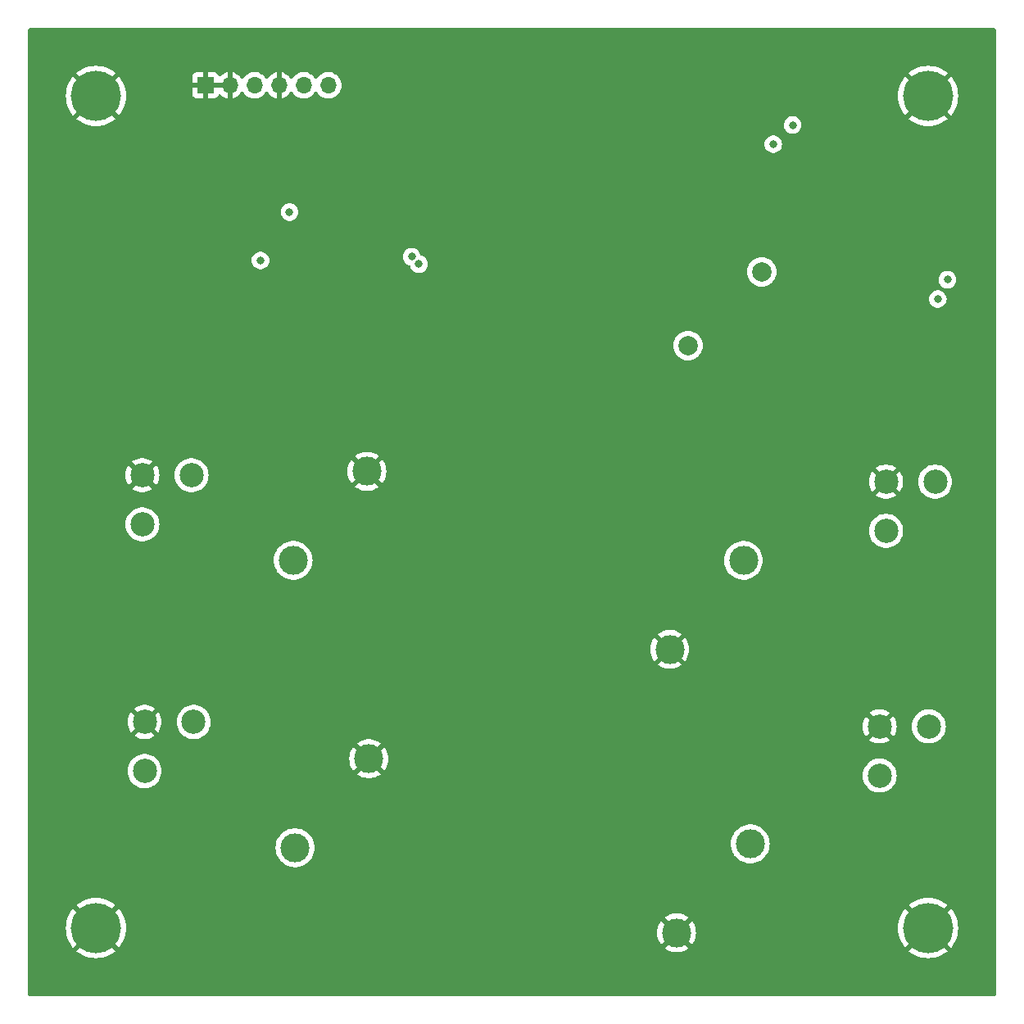
<source format=gbr>
%TF.GenerationSoftware,KiCad,Pcbnew,7.0.7*%
%TF.CreationDate,2023-11-03T16:15:28+00:00*%
%TF.ProjectId,RXLNA,52584c4e-412e-46b6-9963-61645f706362,rev?*%
%TF.SameCoordinates,Original*%
%TF.FileFunction,Copper,L3,Inr*%
%TF.FilePolarity,Positive*%
%FSLAX46Y46*%
G04 Gerber Fmt 4.6, Leading zero omitted, Abs format (unit mm)*
G04 Created by KiCad (PCBNEW 7.0.7) date 2023-11-03 16:15:28*
%MOMM*%
%LPD*%
G01*
G04 APERTURE LIST*
%TA.AperFunction,ComponentPad*%
%ADD10C,2.000000*%
%TD*%
%TA.AperFunction,ComponentPad*%
%ADD11C,3.000000*%
%TD*%
%TA.AperFunction,ComponentPad*%
%ADD12C,1.000000*%
%TD*%
%TA.AperFunction,ComponentPad*%
%ADD13C,2.500000*%
%TD*%
%TA.AperFunction,ComponentPad*%
%ADD14R,1.700000X1.700000*%
%TD*%
%TA.AperFunction,ComponentPad*%
%ADD15O,1.700000X1.700000*%
%TD*%
%TA.AperFunction,ComponentPad*%
%ADD16C,5.200000*%
%TD*%
%TA.AperFunction,ViaPad*%
%ADD17C,0.800000*%
%TD*%
G04 APERTURE END LIST*
D10*
%TO.N,Net-(C416-Pad1)*%
%TO.C,L401*%
X175810000Y-83190000D03*
%TO.N,Net-(C418-Pad1)*%
X168190000Y-90810000D03*
%TD*%
D11*
%TO.N,Net-(C426-Pad1)*%
%TO.C,L403*%
X127380000Y-113000000D03*
D12*
%TO.N,GND*%
X126190489Y-120392058D03*
X143809511Y-105607942D03*
X126190489Y-105607942D03*
X140750000Y-103040708D03*
X136996954Y-101674711D03*
X146325289Y-114996954D03*
X143809511Y-120392058D03*
X124193535Y-116933232D03*
X144959292Y-107250000D03*
X133003046Y-101674711D03*
X146325289Y-111003046D03*
X127607942Y-104190489D03*
X127607942Y-121809511D03*
X131066768Y-102193535D03*
X129250000Y-122959292D03*
X123674711Y-111003046D03*
X138933232Y-102193535D03*
D11*
X135000000Y-103800000D03*
D12*
X142392058Y-104190489D03*
X129250000Y-103040708D03*
X140750000Y-122959292D03*
X145806465Y-109066768D03*
X138933232Y-123806465D03*
X131066768Y-123806465D03*
X145806465Y-116933232D03*
X125040708Y-118750000D03*
X142392058Y-121809511D03*
X124193535Y-109066768D03*
X144959292Y-118750000D03*
X125040708Y-107250000D03*
X133003046Y-124325289D03*
X136996954Y-124325289D03*
X123674711Y-114996954D03*
%TD*%
D13*
%TO.N,Net-(C438-Pad2)*%
%TO.C,C439*%
X188000000Y-135240000D03*
X193070000Y-130160000D03*
%TO.N,GND*%
X188000000Y-130160000D03*
%TD*%
%TO.N,Net-(C428-Pad2)*%
%TO.C,C429*%
X111800000Y-109280000D03*
X116870000Y-104200000D03*
%TO.N,GND*%
X111800000Y-104200000D03*
%TD*%
D11*
%TO.N,Net-(C441-Pad1)*%
%TO.C,L406*%
X173920000Y-113000000D03*
D12*
%TO.N,GND*%
X162366768Y-102193535D03*
X160550000Y-122959292D03*
X155493535Y-109066768D03*
X156340708Y-107250000D03*
D11*
X166300000Y-122200000D03*
D12*
X177106465Y-116933232D03*
X175109511Y-120392058D03*
X164303046Y-101674711D03*
X176259292Y-107250000D03*
X156340708Y-118750000D03*
X176259292Y-118750000D03*
X173692058Y-104190489D03*
X158907942Y-104190489D03*
X172050000Y-122959292D03*
X168296954Y-101674711D03*
X157490489Y-120392058D03*
X172050000Y-103040708D03*
X173692058Y-121809511D03*
X160550000Y-103040708D03*
X177106465Y-109066768D03*
X154974711Y-111003046D03*
X168296954Y-124325289D03*
X154974711Y-114996954D03*
X175109511Y-105607942D03*
X170233232Y-102193535D03*
X162366768Y-123806465D03*
X177625289Y-111003046D03*
X177625289Y-114996954D03*
X155493535Y-116933232D03*
X164303046Y-124325289D03*
X157490489Y-105607942D03*
X158907942Y-121809511D03*
X170233232Y-123806465D03*
%TD*%
D13*
%TO.N,Net-(C443-Pad2)*%
%TO.C,C444*%
X193730000Y-104860000D03*
X188660000Y-109940000D03*
%TO.N,GND*%
X188660000Y-104860000D03*
%TD*%
D14*
%TO.N,GND*%
%TO.C,J404*%
X118300000Y-63900000D03*
D15*
X120840000Y-63900000D03*
%TO.N,+12V*%
X123380000Y-63900000D03*
%TO.N,GND*%
X125920000Y-63900000D03*
%TO.N,/PIN Switch/SCL_Slave*%
X128460000Y-63900000D03*
%TO.N,/PIN Switch/SDA_Slave*%
X131000000Y-63900000D03*
%TD*%
D11*
%TO.N,Net-(C436-Pad1)*%
%TO.C,L405*%
X174620000Y-142300000D03*
D12*
%TO.N,GND*%
X168996954Y-130974711D03*
X176959292Y-148050000D03*
X175809511Y-134907942D03*
X161250000Y-152259292D03*
X178325289Y-144296954D03*
X156193535Y-138366768D03*
X176959292Y-136550000D03*
X177806465Y-138366768D03*
X155674711Y-140303046D03*
X172750000Y-132340708D03*
X159607942Y-151109511D03*
X174392058Y-133490489D03*
D11*
X167000000Y-151500000D03*
D12*
X158190489Y-149692058D03*
X170933232Y-153106465D03*
X175809511Y-149692058D03*
X155674711Y-144296954D03*
X157040708Y-148050000D03*
X161250000Y-132340708D03*
X158190489Y-134907942D03*
X165003046Y-130974711D03*
X178325289Y-140303046D03*
X159607942Y-133490489D03*
X174392058Y-151109511D03*
X170933232Y-131493535D03*
X177806465Y-146233232D03*
X156193535Y-146233232D03*
X168996954Y-153625289D03*
X163066768Y-131493535D03*
X165003046Y-153625289D03*
X157040708Y-136550000D03*
X172750000Y-152259292D03*
X163066768Y-153106465D03*
%TD*%
D11*
%TO.N,Net-(C431-Pad1)*%
%TO.C,L404*%
X127580000Y-142700000D03*
D12*
%TO.N,GND*%
X124393535Y-138766768D03*
X146006465Y-146633232D03*
X146525289Y-144696954D03*
X131266768Y-153506465D03*
X129450000Y-152659292D03*
X145159292Y-136950000D03*
X124393535Y-146633232D03*
X127807942Y-151509511D03*
X144009511Y-150092058D03*
X127807942Y-133890489D03*
D11*
X135200000Y-133500000D03*
D12*
X125240708Y-148450000D03*
X139133232Y-131893535D03*
X133203046Y-154025289D03*
X146525289Y-140703046D03*
X123874711Y-140703046D03*
X140950000Y-152659292D03*
X142592058Y-151509511D03*
X145159292Y-148450000D03*
X131266768Y-131893535D03*
X133203046Y-131374711D03*
X129450000Y-132740708D03*
X137196954Y-131374711D03*
X126390489Y-150092058D03*
X139133232Y-153506465D03*
X126390489Y-135307942D03*
X140950000Y-132740708D03*
X125240708Y-136950000D03*
X137196954Y-154025289D03*
X142592058Y-133890489D03*
X123874711Y-144696954D03*
X146006465Y-138766768D03*
X144009511Y-135307942D03*
%TD*%
D13*
%TO.N,Net-(C433-Pad2)*%
%TO.C,C434*%
X112030000Y-134780000D03*
X117100000Y-129700000D03*
%TO.N,GND*%
X112030000Y-129700000D03*
%TD*%
D16*
%TO.N,GND*%
%TO.C,J405*%
X193000000Y-151000000D03*
X193000000Y-65000000D03*
X107000000Y-151000000D03*
X107000000Y-65000000D03*
%TD*%
D17*
%TO.N,GND*%
X197000000Y-79000000D03*
X187000000Y-94715500D03*
X118110000Y-85090000D03*
X103000000Y-89000000D03*
X197880000Y-97790000D03*
X159890000Y-67210000D03*
X109220000Y-68580000D03*
X134005332Y-76994668D03*
X164970000Y-84170000D03*
X103000000Y-100000000D03*
X135890000Y-90170000D03*
X170180000Y-76200000D03*
X136000000Y-77875500D03*
X144000000Y-68000000D03*
X146600000Y-81000000D03*
X113030000Y-68580000D03*
X127000000Y-95000000D03*
X140000000Y-66000000D03*
X146000000Y-86000000D03*
X175205000Y-74350000D03*
X102000000Y-109000000D03*
X161290000Y-74930000D03*
X102000000Y-119000000D03*
X111000000Y-124290000D03*
X116840000Y-68600000D03*
X197930000Y-90170000D03*
X114000000Y-92000000D03*
X129000000Y-77000000D03*
X197000000Y-70000000D03*
X102870000Y-80000000D03*
X189230000Y-85090000D03*
X180000000Y-78000000D03*
X193000000Y-124000000D03*
X102870000Y-70000000D03*
X153000000Y-75000000D03*
%TO.N,/PIN Switch/SCL_Slave*%
X124000000Y-82000000D03*
%TO.N,/PIN Switch/SDA_Slave*%
X127000000Y-77000000D03*
%TO.N,LNA_N*%
X195000000Y-84000000D03*
X179000000Y-68000000D03*
X139628768Y-81628768D03*
%TO.N,LNA_P*%
X177000000Y-70000000D03*
X194000000Y-86000000D03*
X140371232Y-82371232D03*
%TD*%
%TA.AperFunction,Conductor*%
%TO.N,GND*%
G36*
X120293277Y-63666002D02*
G01*
X120339770Y-63719658D01*
X120349874Y-63789932D01*
X120346053Y-63807496D01*
X120340000Y-63828111D01*
X120340000Y-63971888D01*
X120346053Y-63992504D01*
X120346052Y-64063500D01*
X120307667Y-64123226D01*
X120243086Y-64152718D01*
X120225156Y-64154000D01*
X118914844Y-64154000D01*
X118846723Y-64133998D01*
X118800230Y-64080342D01*
X118790126Y-64010068D01*
X118793947Y-63992504D01*
X118800000Y-63971888D01*
X118800000Y-63828111D01*
X118793947Y-63807496D01*
X118793948Y-63736500D01*
X118832333Y-63676774D01*
X118896914Y-63647282D01*
X118914844Y-63646000D01*
X120225156Y-63646000D01*
X120293277Y-63666002D01*
G37*
%TD.AperFunction*%
%TA.AperFunction,Conductor*%
G36*
X199941621Y-58020502D02*
G01*
X199988114Y-58074158D01*
X199999500Y-58126500D01*
X199999500Y-157873500D01*
X199979498Y-157941621D01*
X199925842Y-157988114D01*
X199873500Y-157999500D01*
X100126500Y-157999500D01*
X100058379Y-157979498D01*
X100011886Y-157925842D01*
X100000500Y-157873500D01*
X100000500Y-150999999D01*
X103887103Y-150999999D01*
X103906675Y-151348530D01*
X103965148Y-151692678D01*
X104061788Y-152028125D01*
X104195375Y-152350630D01*
X104195384Y-152350647D01*
X104364228Y-152656150D01*
X104364232Y-152656157D01*
X104566236Y-152940856D01*
X104566241Y-152940863D01*
X104629330Y-153011458D01*
X105603276Y-152037511D01*
X105665589Y-152003486D01*
X105736404Y-152008550D01*
X105788181Y-152044773D01*
X105838291Y-152103445D01*
X105865130Y-152134870D01*
X105955222Y-152211816D01*
X105994031Y-152271267D01*
X105994537Y-152342262D01*
X105962486Y-152396722D01*
X104988539Y-153370668D01*
X105059136Y-153433758D01*
X105059143Y-153433763D01*
X105343842Y-153635767D01*
X105343849Y-153635771D01*
X105649352Y-153804615D01*
X105649369Y-153804624D01*
X105971874Y-153938211D01*
X106307321Y-154034851D01*
X106651469Y-154093324D01*
X107000000Y-154112896D01*
X107348530Y-154093324D01*
X107692678Y-154034851D01*
X108028125Y-153938211D01*
X108350630Y-153804624D01*
X108350647Y-153804615D01*
X108656150Y-153635771D01*
X108656157Y-153635767D01*
X108940853Y-153433765D01*
X108940865Y-153433755D01*
X109011459Y-153370669D01*
X108037512Y-152396722D01*
X108003486Y-152334410D01*
X108008551Y-152263595D01*
X108044774Y-152211818D01*
X108134870Y-152134870D01*
X108211818Y-152044775D01*
X108271265Y-152005968D01*
X108342260Y-152005460D01*
X108396722Y-152037512D01*
X109370669Y-153011459D01*
X109433755Y-152940865D01*
X109433765Y-152940853D01*
X109635767Y-152656157D01*
X109635771Y-152656150D01*
X109804615Y-152350647D01*
X109804624Y-152350630D01*
X109938211Y-152028125D01*
X110034851Y-151692678D01*
X110067588Y-151500004D01*
X164987308Y-151500004D01*
X165006052Y-151774048D01*
X165006053Y-151774054D01*
X165061942Y-152043011D01*
X165061944Y-152043019D01*
X165153938Y-152301865D01*
X165280314Y-152545756D01*
X165280316Y-152545759D01*
X165410540Y-152730247D01*
X166207615Y-151933172D01*
X166269928Y-151899147D01*
X166340743Y-151904211D01*
X166397579Y-151946758D01*
X166397778Y-151947024D01*
X166450755Y-152018184D01*
X166557627Y-152107862D01*
X166596953Y-152166972D01*
X166598079Y-152237960D01*
X166565730Y-152293478D01*
X165770715Y-153088492D01*
X165770715Y-153088494D01*
X165839313Y-153144304D01*
X165839318Y-153144307D01*
X166074030Y-153287038D01*
X166325989Y-153396480D01*
X166590509Y-153470595D01*
X166862635Y-153507999D01*
X166862649Y-153508000D01*
X167137351Y-153508000D01*
X167137364Y-153507999D01*
X167409490Y-153470595D01*
X167674010Y-153396480D01*
X167925969Y-153287038D01*
X168160679Y-153144309D01*
X168229283Y-153088493D01*
X168229283Y-153088492D01*
X167434199Y-152293408D01*
X167400173Y-152231096D01*
X167405238Y-152160281D01*
X167447785Y-152103445D01*
X167454034Y-152099056D01*
X167485373Y-152078445D01*
X167605688Y-151950918D01*
X167605692Y-151950910D01*
X167605870Y-151950674D01*
X167606035Y-151950549D01*
X167610725Y-151945579D01*
X167611574Y-151946380D01*
X167662594Y-151907978D01*
X167733396Y-151902726D01*
X167795798Y-151936587D01*
X167796032Y-151936822D01*
X168589457Y-152730247D01*
X168719682Y-152545762D01*
X168719685Y-152545756D01*
X168846061Y-152301865D01*
X168938055Y-152043019D01*
X168938057Y-152043011D01*
X168993946Y-151774054D01*
X168993947Y-151774048D01*
X169012692Y-151500004D01*
X169012692Y-151499995D01*
X168993947Y-151225951D01*
X168993946Y-151225945D01*
X168946995Y-151000000D01*
X189887103Y-151000000D01*
X189906675Y-151348530D01*
X189965148Y-151692678D01*
X190061788Y-152028125D01*
X190195375Y-152350630D01*
X190195384Y-152350647D01*
X190364228Y-152656150D01*
X190364232Y-152656157D01*
X190566236Y-152940856D01*
X190566241Y-152940863D01*
X190629330Y-153011458D01*
X191603276Y-152037511D01*
X191665589Y-152003486D01*
X191736404Y-152008550D01*
X191788181Y-152044773D01*
X191838291Y-152103445D01*
X191865130Y-152134870D01*
X191955222Y-152211816D01*
X191994031Y-152271267D01*
X191994537Y-152342262D01*
X191962486Y-152396722D01*
X190988539Y-153370668D01*
X191059136Y-153433758D01*
X191059143Y-153433763D01*
X191343842Y-153635767D01*
X191343849Y-153635771D01*
X191649352Y-153804615D01*
X191649369Y-153804624D01*
X191971874Y-153938211D01*
X192307321Y-154034851D01*
X192651469Y-154093324D01*
X193000000Y-154112896D01*
X193348530Y-154093324D01*
X193692678Y-154034851D01*
X194028125Y-153938211D01*
X194350630Y-153804624D01*
X194350647Y-153804615D01*
X194656150Y-153635771D01*
X194656157Y-153635767D01*
X194940853Y-153433765D01*
X194940865Y-153433755D01*
X195011459Y-153370669D01*
X194037512Y-152396722D01*
X194003486Y-152334410D01*
X194008551Y-152263595D01*
X194044774Y-152211818D01*
X194134870Y-152134870D01*
X194211818Y-152044775D01*
X194271265Y-152005968D01*
X194342260Y-152005460D01*
X194396722Y-152037512D01*
X195370669Y-153011459D01*
X195433755Y-152940865D01*
X195433765Y-152940853D01*
X195635767Y-152656157D01*
X195635771Y-152656150D01*
X195804615Y-152350647D01*
X195804624Y-152350630D01*
X195938211Y-152028125D01*
X196034851Y-151692678D01*
X196093324Y-151348530D01*
X196112896Y-150999999D01*
X196093324Y-150651469D01*
X196034851Y-150307321D01*
X195938211Y-149971874D01*
X195804624Y-149649369D01*
X195804615Y-149649352D01*
X195635771Y-149343849D01*
X195635767Y-149343842D01*
X195433763Y-149059143D01*
X195433758Y-149059136D01*
X195370668Y-148988539D01*
X194396722Y-149962486D01*
X194334410Y-149996512D01*
X194263595Y-149991447D01*
X194211816Y-149955222D01*
X194134870Y-149865130D01*
X194123818Y-149855691D01*
X194044774Y-149788181D01*
X194005967Y-149728733D01*
X194005459Y-149657739D01*
X194037511Y-149603276D01*
X195011458Y-148629330D01*
X194940863Y-148566241D01*
X194940856Y-148566236D01*
X194656157Y-148364232D01*
X194656150Y-148364228D01*
X194350647Y-148195384D01*
X194350630Y-148195375D01*
X194028125Y-148061788D01*
X193692678Y-147965148D01*
X193348530Y-147906675D01*
X193000000Y-147887103D01*
X192651469Y-147906675D01*
X192307321Y-147965148D01*
X191971874Y-148061788D01*
X191649369Y-148195375D01*
X191649352Y-148195384D01*
X191343849Y-148364228D01*
X191343842Y-148364232D01*
X191059144Y-148566236D01*
X191059138Y-148566241D01*
X190988539Y-148629330D01*
X191962487Y-149603277D01*
X191996512Y-149665589D01*
X191991448Y-149736404D01*
X191955223Y-149788183D01*
X191865130Y-149865130D01*
X191788183Y-149955223D01*
X191728732Y-149994032D01*
X191657737Y-149994538D01*
X191603277Y-149962487D01*
X190629330Y-148988539D01*
X190566241Y-149059138D01*
X190566236Y-149059144D01*
X190364232Y-149343842D01*
X190364228Y-149343849D01*
X190195384Y-149649352D01*
X190195375Y-149649369D01*
X190061788Y-149971874D01*
X189965148Y-150307321D01*
X189906675Y-150651469D01*
X189887103Y-151000000D01*
X168946995Y-151000000D01*
X168938057Y-150956988D01*
X168938055Y-150956980D01*
X168846061Y-150698134D01*
X168719685Y-150454243D01*
X168719681Y-150454237D01*
X168589457Y-150269750D01*
X167792382Y-151066826D01*
X167730070Y-151100852D01*
X167659255Y-151095787D01*
X167602419Y-151053240D01*
X167602220Y-151052973D01*
X167549246Y-150981817D01*
X167442371Y-150892136D01*
X167403045Y-150833026D01*
X167401919Y-150762038D01*
X167434268Y-150706519D01*
X168229283Y-149911504D01*
X168160680Y-149855691D01*
X167925969Y-149712961D01*
X167674010Y-149603519D01*
X167409490Y-149529404D01*
X167137364Y-149492000D01*
X166862635Y-149492000D01*
X166590509Y-149529404D01*
X166325989Y-149603519D01*
X166074030Y-149712961D01*
X165839325Y-149855687D01*
X165770715Y-149911505D01*
X166565801Y-150706590D01*
X166599826Y-150768903D01*
X166594762Y-150839718D01*
X166552215Y-150896554D01*
X166545944Y-150900957D01*
X166514631Y-150921551D01*
X166514624Y-150921557D01*
X166394311Y-151049083D01*
X166394122Y-151049337D01*
X166393947Y-151049467D01*
X166389276Y-151054420D01*
X166388429Y-151053621D01*
X166337394Y-151092027D01*
X166266591Y-151097271D01*
X166204193Y-151063403D01*
X166203967Y-151063178D01*
X165410540Y-150269750D01*
X165280317Y-150454236D01*
X165153938Y-150698134D01*
X165061944Y-150956980D01*
X165061942Y-150956988D01*
X165006053Y-151225945D01*
X165006052Y-151225951D01*
X164987308Y-151499995D01*
X164987308Y-151500004D01*
X110067588Y-151500004D01*
X110093324Y-151348530D01*
X110112896Y-151000000D01*
X110093324Y-150651469D01*
X110034851Y-150307321D01*
X109938211Y-149971874D01*
X109804624Y-149649369D01*
X109804615Y-149649352D01*
X109635771Y-149343849D01*
X109635767Y-149343842D01*
X109433763Y-149059143D01*
X109433758Y-149059136D01*
X109370668Y-148988539D01*
X108396722Y-149962486D01*
X108334410Y-149996512D01*
X108263595Y-149991447D01*
X108211816Y-149955222D01*
X108134870Y-149865130D01*
X108123818Y-149855691D01*
X108044774Y-149788181D01*
X108005967Y-149728733D01*
X108005459Y-149657739D01*
X108037511Y-149603276D01*
X109011458Y-148629330D01*
X108940863Y-148566241D01*
X108940856Y-148566236D01*
X108656157Y-148364232D01*
X108656150Y-148364228D01*
X108350647Y-148195384D01*
X108350630Y-148195375D01*
X108028125Y-148061788D01*
X107692678Y-147965148D01*
X107348530Y-147906675D01*
X107000000Y-147887103D01*
X106651469Y-147906675D01*
X106307321Y-147965148D01*
X105971874Y-148061788D01*
X105649369Y-148195375D01*
X105649352Y-148195384D01*
X105343849Y-148364228D01*
X105343842Y-148364232D01*
X105059144Y-148566236D01*
X105059138Y-148566241D01*
X104988539Y-148629330D01*
X105962487Y-149603277D01*
X105996512Y-149665589D01*
X105991448Y-149736404D01*
X105955223Y-149788183D01*
X105865130Y-149865130D01*
X105788183Y-149955223D01*
X105728732Y-149994032D01*
X105657737Y-149994538D01*
X105603277Y-149962487D01*
X104629330Y-148988539D01*
X104566241Y-149059138D01*
X104566236Y-149059144D01*
X104364232Y-149343842D01*
X104364228Y-149343849D01*
X104195384Y-149649352D01*
X104195375Y-149649369D01*
X104061788Y-149971874D01*
X103965148Y-150307321D01*
X103906675Y-150651469D01*
X103887103Y-150999999D01*
X100000500Y-150999999D01*
X100000500Y-142700004D01*
X125566807Y-142700004D01*
X125585556Y-142974116D01*
X125585557Y-142974122D01*
X125585558Y-142974130D01*
X125612142Y-143102058D01*
X125641460Y-143243146D01*
X125641462Y-143243154D01*
X125733477Y-143502058D01*
X125859892Y-143746028D01*
X125877739Y-143771311D01*
X126018343Y-143970502D01*
X126205889Y-144171314D01*
X126419031Y-144344718D01*
X126653800Y-144487484D01*
X126905823Y-144596953D01*
X127170404Y-144671085D01*
X127265504Y-144684156D01*
X127442604Y-144708499D01*
X127442615Y-144708500D01*
X127717385Y-144708500D01*
X127717395Y-144708499D01*
X127846945Y-144690692D01*
X127989596Y-144671085D01*
X128254177Y-144596953D01*
X128506200Y-144487484D01*
X128740969Y-144344718D01*
X128954111Y-144171314D01*
X129141657Y-143970502D01*
X129300111Y-143746023D01*
X129426523Y-143502058D01*
X129518538Y-143243153D01*
X129574442Y-142974130D01*
X129593193Y-142700000D01*
X129584582Y-142574116D01*
X129574443Y-142425883D01*
X129574442Y-142425877D01*
X129574442Y-142425870D01*
X129548287Y-142300004D01*
X172606807Y-142300004D01*
X172625556Y-142574116D01*
X172625557Y-142574122D01*
X172625558Y-142574130D01*
X172651713Y-142699995D01*
X172681460Y-142843146D01*
X172681462Y-142843154D01*
X172773477Y-143102058D01*
X172899892Y-143346028D01*
X172967797Y-143442227D01*
X173058343Y-143570502D01*
X173245889Y-143771314D01*
X173459031Y-143944718D01*
X173693800Y-144087484D01*
X173945823Y-144196953D01*
X174210404Y-144271085D01*
X174305504Y-144284156D01*
X174482604Y-144308499D01*
X174482615Y-144308500D01*
X174757385Y-144308500D01*
X174757395Y-144308499D01*
X174886945Y-144290692D01*
X175029596Y-144271085D01*
X175294177Y-144196953D01*
X175546200Y-144087484D01*
X175780969Y-143944718D01*
X175994111Y-143771314D01*
X176181657Y-143570502D01*
X176340111Y-143346023D01*
X176466523Y-143102058D01*
X176558538Y-142843153D01*
X176614442Y-142574130D01*
X176614443Y-142574116D01*
X176633193Y-142300004D01*
X176633193Y-142299995D01*
X176614443Y-142025883D01*
X176614442Y-142025877D01*
X176614442Y-142025870D01*
X176558538Y-141756847D01*
X176466523Y-141497942D01*
X176340111Y-141253977D01*
X176181657Y-141029498D01*
X175994111Y-140828686D01*
X175780969Y-140655282D01*
X175546200Y-140512516D01*
X175546201Y-140512516D01*
X175546197Y-140512514D01*
X175294180Y-140403048D01*
X175294178Y-140403047D01*
X175294177Y-140403047D01*
X175161886Y-140365980D01*
X175029593Y-140328914D01*
X174757395Y-140291500D01*
X174757385Y-140291500D01*
X174482615Y-140291500D01*
X174482604Y-140291500D01*
X174210406Y-140328914D01*
X173945819Y-140403048D01*
X173693802Y-140512514D01*
X173459028Y-140655284D01*
X173245886Y-140828688D01*
X173058343Y-141029498D01*
X172899892Y-141253971D01*
X172773477Y-141497941D01*
X172681462Y-141756845D01*
X172681460Y-141756853D01*
X172625557Y-142025877D01*
X172625556Y-142025883D01*
X172606807Y-142299995D01*
X172606807Y-142300004D01*
X129548287Y-142300004D01*
X129518538Y-142156847D01*
X129426523Y-141897942D01*
X129300111Y-141653977D01*
X129141657Y-141429498D01*
X128954111Y-141228686D01*
X128740969Y-141055282D01*
X128506200Y-140912516D01*
X128506201Y-140912516D01*
X128506197Y-140912514D01*
X128254180Y-140803048D01*
X128254178Y-140803047D01*
X128254177Y-140803047D01*
X128121886Y-140765980D01*
X127989593Y-140728914D01*
X127717395Y-140691500D01*
X127717385Y-140691500D01*
X127442615Y-140691500D01*
X127442604Y-140691500D01*
X127170406Y-140728914D01*
X126905819Y-140803048D01*
X126653802Y-140912514D01*
X126419028Y-141055284D01*
X126205886Y-141228688D01*
X126018343Y-141429498D01*
X125859892Y-141653971D01*
X125733477Y-141897941D01*
X125641462Y-142156845D01*
X125641460Y-142156853D01*
X125585557Y-142425877D01*
X125585556Y-142425883D01*
X125566807Y-142699995D01*
X125566807Y-142700004D01*
X100000500Y-142700004D01*
X100000500Y-134780000D01*
X110266569Y-134780000D01*
X110286265Y-135042826D01*
X110286266Y-135042830D01*
X110344911Y-135299775D01*
X110441202Y-135545120D01*
X110441205Y-135545128D01*
X110572982Y-135773372D01*
X110572984Y-135773375D01*
X110572985Y-135773376D01*
X110737314Y-135979438D01*
X110930519Y-136158706D01*
X110930525Y-136158710D01*
X111148275Y-136307170D01*
X111148279Y-136307172D01*
X111148285Y-136307176D01*
X111385746Y-136421532D01*
X111385749Y-136421532D01*
X111385754Y-136421535D01*
X111637589Y-136499215D01*
X111637591Y-136499215D01*
X111637600Y-136499218D01*
X111898219Y-136538500D01*
X111898223Y-136538500D01*
X112161777Y-136538500D01*
X112161781Y-136538500D01*
X112422400Y-136499218D01*
X112616204Y-136439438D01*
X112674245Y-136421535D01*
X112674247Y-136421534D01*
X112674254Y-136421532D01*
X112911716Y-136307176D01*
X113129481Y-136158706D01*
X113322686Y-135979438D01*
X113487015Y-135773376D01*
X113618796Y-135545124D01*
X113715087Y-135299780D01*
X113773735Y-135042826D01*
X113793431Y-134780000D01*
X113773735Y-134517174D01*
X113715087Y-134260220D01*
X113618796Y-134014876D01*
X113618795Y-134014875D01*
X113618794Y-134014871D01*
X113487017Y-133786627D01*
X113487015Y-133786624D01*
X113322686Y-133580562D01*
X113235865Y-133500004D01*
X133187308Y-133500004D01*
X133206052Y-133774048D01*
X133206053Y-133774054D01*
X133261942Y-134043011D01*
X133261944Y-134043019D01*
X133353938Y-134301865D01*
X133480314Y-134545756D01*
X133480316Y-134545759D01*
X133610540Y-134730247D01*
X134407615Y-133933172D01*
X134469928Y-133899147D01*
X134540743Y-133904211D01*
X134597579Y-133946758D01*
X134597778Y-133947024D01*
X134650755Y-134018184D01*
X134757627Y-134107862D01*
X134796953Y-134166972D01*
X134798079Y-134237960D01*
X134765730Y-134293478D01*
X133970715Y-135088492D01*
X133970715Y-135088494D01*
X134039313Y-135144304D01*
X134039318Y-135144307D01*
X134274030Y-135287038D01*
X134525989Y-135396480D01*
X134790509Y-135470595D01*
X135062635Y-135507999D01*
X135062649Y-135508000D01*
X135337351Y-135508000D01*
X135337364Y-135507999D01*
X135609490Y-135470595D01*
X135874010Y-135396480D01*
X136125969Y-135287038D01*
X136203320Y-135240000D01*
X186236569Y-135240000D01*
X186256265Y-135502826D01*
X186256266Y-135502830D01*
X186314911Y-135759775D01*
X186411202Y-136005120D01*
X186411205Y-136005128D01*
X186542982Y-136233372D01*
X186542984Y-136233375D01*
X186542985Y-136233376D01*
X186707314Y-136439438D01*
X186900519Y-136618706D01*
X186900525Y-136618710D01*
X187118275Y-136767170D01*
X187118279Y-136767172D01*
X187118285Y-136767176D01*
X187355746Y-136881532D01*
X187355749Y-136881532D01*
X187355754Y-136881535D01*
X187607589Y-136959215D01*
X187607591Y-136959215D01*
X187607600Y-136959218D01*
X187868219Y-136998500D01*
X187868223Y-136998500D01*
X188131777Y-136998500D01*
X188131781Y-136998500D01*
X188392400Y-136959218D01*
X188392410Y-136959215D01*
X188644245Y-136881535D01*
X188644247Y-136881534D01*
X188644254Y-136881532D01*
X188881716Y-136767176D01*
X189099481Y-136618706D01*
X189292686Y-136439438D01*
X189457015Y-136233376D01*
X189588796Y-136005124D01*
X189685087Y-135759780D01*
X189743735Y-135502826D01*
X189763431Y-135240000D01*
X189743735Y-134977174D01*
X189685087Y-134720220D01*
X189588796Y-134474876D01*
X189588795Y-134474875D01*
X189588794Y-134474871D01*
X189457017Y-134246627D01*
X189457015Y-134246624D01*
X189292686Y-134040562D01*
X189099481Y-133861294D01*
X189099474Y-133861289D01*
X188881725Y-133712829D01*
X188881718Y-133712825D01*
X188644257Y-133598469D01*
X188644245Y-133598464D01*
X188392410Y-133520784D01*
X188392402Y-133520782D01*
X188392400Y-133520782D01*
X188131781Y-133481500D01*
X187868219Y-133481500D01*
X187607600Y-133520782D01*
X187607598Y-133520782D01*
X187607589Y-133520784D01*
X187355754Y-133598464D01*
X187355742Y-133598469D01*
X187118283Y-133712825D01*
X187118275Y-133712829D01*
X186900525Y-133861289D01*
X186900520Y-133861293D01*
X186707315Y-134040561D01*
X186542982Y-134246627D01*
X186411205Y-134474871D01*
X186411202Y-134474879D01*
X186314911Y-134720224D01*
X186256266Y-134977169D01*
X186256265Y-134977174D01*
X186236569Y-135240000D01*
X136203320Y-135240000D01*
X136360679Y-135144309D01*
X136429283Y-135088493D01*
X136429283Y-135088492D01*
X135634199Y-134293408D01*
X135600173Y-134231096D01*
X135605238Y-134160281D01*
X135647785Y-134103445D01*
X135654034Y-134099056D01*
X135685373Y-134078445D01*
X135805688Y-133950918D01*
X135805692Y-133950910D01*
X135805870Y-133950674D01*
X135806035Y-133950549D01*
X135810725Y-133945579D01*
X135811574Y-133946380D01*
X135862594Y-133907978D01*
X135933396Y-133902726D01*
X135995798Y-133936587D01*
X135996032Y-133936822D01*
X136789457Y-134730247D01*
X136919682Y-134545762D01*
X136919685Y-134545756D01*
X137046061Y-134301865D01*
X137138055Y-134043019D01*
X137138057Y-134043011D01*
X137193946Y-133774054D01*
X137193947Y-133774048D01*
X137212692Y-133500004D01*
X137212692Y-133499995D01*
X137193947Y-133225951D01*
X137193946Y-133225945D01*
X137138057Y-132956988D01*
X137138055Y-132956980D01*
X137046061Y-132698134D01*
X136919685Y-132454243D01*
X136919681Y-132454237D01*
X136789457Y-132269750D01*
X135992382Y-133066826D01*
X135930070Y-133100852D01*
X135859255Y-133095787D01*
X135802419Y-133053240D01*
X135802220Y-133052973D01*
X135749246Y-132981817D01*
X135642371Y-132892136D01*
X135603045Y-132833026D01*
X135601919Y-132762038D01*
X135634268Y-132706519D01*
X136429283Y-131911504D01*
X136360680Y-131855691D01*
X136125969Y-131712961D01*
X135874010Y-131603519D01*
X135609490Y-131529404D01*
X135337364Y-131492000D01*
X135062635Y-131492000D01*
X134790509Y-131529404D01*
X134525989Y-131603519D01*
X134274030Y-131712961D01*
X134039325Y-131855687D01*
X133970715Y-131911505D01*
X134765801Y-132706590D01*
X134799826Y-132768903D01*
X134794762Y-132839718D01*
X134752215Y-132896554D01*
X134745944Y-132900957D01*
X134714631Y-132921551D01*
X134714624Y-132921557D01*
X134594311Y-133049083D01*
X134594122Y-133049337D01*
X134593947Y-133049467D01*
X134589276Y-133054420D01*
X134588429Y-133053621D01*
X134537394Y-133092027D01*
X134466591Y-133097271D01*
X134404193Y-133063403D01*
X134403967Y-133063178D01*
X133610540Y-132269750D01*
X133480317Y-132454236D01*
X133353938Y-132698134D01*
X133261944Y-132956980D01*
X133261942Y-132956988D01*
X133206053Y-133225945D01*
X133206052Y-133225951D01*
X133187308Y-133499995D01*
X133187308Y-133500004D01*
X113235865Y-133500004D01*
X113129481Y-133401294D01*
X113129474Y-133401289D01*
X112911725Y-133252829D01*
X112911718Y-133252825D01*
X112674257Y-133138469D01*
X112674245Y-133138464D01*
X112422410Y-133060784D01*
X112422402Y-133060782D01*
X112422400Y-133060782D01*
X112161781Y-133021500D01*
X111898219Y-133021500D01*
X111637600Y-133060782D01*
X111637598Y-133060782D01*
X111637589Y-133060784D01*
X111385754Y-133138464D01*
X111385742Y-133138469D01*
X111148283Y-133252825D01*
X111148275Y-133252829D01*
X110930525Y-133401289D01*
X110930520Y-133401293D01*
X110801742Y-133520782D01*
X110737314Y-133580562D01*
X110723034Y-133598469D01*
X110572982Y-133786627D01*
X110441205Y-134014871D01*
X110441202Y-134014879D01*
X110344911Y-134260224D01*
X110286266Y-134517169D01*
X110286265Y-134517174D01*
X110266569Y-134780000D01*
X100000500Y-134780000D01*
X100000500Y-129699999D01*
X110267070Y-129699999D01*
X110286760Y-129962754D01*
X110345392Y-130219634D01*
X110345393Y-130219636D01*
X110441651Y-130464900D01*
X110441653Y-130464904D01*
X110573397Y-130693092D01*
X110573400Y-130693097D01*
X110619670Y-130751117D01*
X110619671Y-130751117D01*
X111308369Y-130062418D01*
X111370682Y-130028393D01*
X111441497Y-130033457D01*
X111498333Y-130076004D01*
X111503848Y-130083996D01*
X111525186Y-130117619D01*
X111589056Y-130177596D01*
X111644902Y-130230039D01*
X111649654Y-130233492D01*
X111693007Y-130289716D01*
X111699081Y-130360452D01*
X111665948Y-130423243D01*
X111664686Y-130424522D01*
X110978437Y-131110770D01*
X111148532Y-131226739D01*
X111148532Y-131226740D01*
X111385923Y-131341062D01*
X111637704Y-131418728D01*
X111637712Y-131418729D01*
X111898260Y-131458000D01*
X112161740Y-131458000D01*
X112422287Y-131418729D01*
X112422295Y-131418728D01*
X112674076Y-131341062D01*
X112911467Y-131226740D01*
X113081560Y-131110770D01*
X112391614Y-130420825D01*
X112357589Y-130358512D01*
X112362653Y-130287697D01*
X112405200Y-130230861D01*
X112406648Y-130229793D01*
X112420628Y-130219636D01*
X112478492Y-130177595D01*
X112566032Y-130071776D01*
X112624862Y-130032041D01*
X112695840Y-130030418D01*
X112752210Y-130062999D01*
X113440327Y-130751117D01*
X113486603Y-130693090D01*
X113618346Y-130464904D01*
X113618348Y-130464900D01*
X113714606Y-130219636D01*
X113714607Y-130219634D01*
X113773239Y-129962754D01*
X113792929Y-129700000D01*
X115336569Y-129700000D01*
X115356265Y-129962826D01*
X115356266Y-129962830D01*
X115414911Y-130219775D01*
X115511202Y-130465120D01*
X115511205Y-130465128D01*
X115642982Y-130693372D01*
X115642984Y-130693375D01*
X115642985Y-130693376D01*
X115807314Y-130899438D01*
X116000519Y-131078706D01*
X116000525Y-131078710D01*
X116218275Y-131227170D01*
X116218279Y-131227172D01*
X116218285Y-131227176D01*
X116455746Y-131341532D01*
X116455749Y-131341532D01*
X116455754Y-131341535D01*
X116707589Y-131419215D01*
X116707591Y-131419215D01*
X116707600Y-131419218D01*
X116968219Y-131458500D01*
X116968223Y-131458500D01*
X117231777Y-131458500D01*
X117231781Y-131458500D01*
X117492400Y-131419218D01*
X117492410Y-131419215D01*
X117744245Y-131341535D01*
X117744247Y-131341534D01*
X117744254Y-131341532D01*
X117981716Y-131227176D01*
X117982356Y-131226740D01*
X118089966Y-131153372D01*
X118199481Y-131078706D01*
X118392686Y-130899438D01*
X118557015Y-130693376D01*
X118655382Y-130522999D01*
X118688794Y-130465128D01*
X118688796Y-130465124D01*
X118785087Y-130219780D01*
X118798732Y-130159999D01*
X186237070Y-130159999D01*
X186256760Y-130422754D01*
X186315392Y-130679634D01*
X186315393Y-130679636D01*
X186411651Y-130924900D01*
X186411653Y-130924904D01*
X186543397Y-131153092D01*
X186543400Y-131153097D01*
X186589670Y-131211117D01*
X186589671Y-131211117D01*
X187278369Y-130522418D01*
X187340682Y-130488393D01*
X187411497Y-130493457D01*
X187468333Y-130536004D01*
X187473848Y-130543996D01*
X187495186Y-130577619D01*
X187559056Y-130637596D01*
X187614902Y-130690039D01*
X187619654Y-130693492D01*
X187663007Y-130749716D01*
X187669081Y-130820452D01*
X187635948Y-130883243D01*
X187634686Y-130884522D01*
X186948437Y-131570770D01*
X187118532Y-131686739D01*
X187118532Y-131686740D01*
X187355923Y-131801062D01*
X187607704Y-131878728D01*
X187607712Y-131878729D01*
X187868260Y-131918000D01*
X188131740Y-131918000D01*
X188392287Y-131878729D01*
X188392295Y-131878728D01*
X188644076Y-131801062D01*
X188881467Y-131686740D01*
X189051560Y-131570770D01*
X188361614Y-130880825D01*
X188327589Y-130818512D01*
X188332653Y-130747697D01*
X188375200Y-130690861D01*
X188376648Y-130689793D01*
X188390628Y-130679636D01*
X188448492Y-130637595D01*
X188536032Y-130531776D01*
X188594862Y-130492041D01*
X188665840Y-130490418D01*
X188722210Y-130522999D01*
X189410327Y-131211117D01*
X189456603Y-131153090D01*
X189588346Y-130924904D01*
X189588348Y-130924900D01*
X189684606Y-130679636D01*
X189684607Y-130679634D01*
X189743239Y-130422754D01*
X189762929Y-130160000D01*
X191306569Y-130160000D01*
X191326265Y-130422826D01*
X191326266Y-130422830D01*
X191384911Y-130679775D01*
X191481202Y-130925120D01*
X191481205Y-130925128D01*
X191612982Y-131153372D01*
X191612984Y-131153375D01*
X191612985Y-131153376D01*
X191777314Y-131359438D01*
X191970519Y-131538706D01*
X191970525Y-131538710D01*
X192188275Y-131687170D01*
X192188279Y-131687172D01*
X192188285Y-131687176D01*
X192425746Y-131801532D01*
X192425749Y-131801532D01*
X192425754Y-131801535D01*
X192677589Y-131879215D01*
X192677591Y-131879215D01*
X192677600Y-131879218D01*
X192938219Y-131918500D01*
X192938223Y-131918500D01*
X193201777Y-131918500D01*
X193201781Y-131918500D01*
X193462400Y-131879218D01*
X193462410Y-131879215D01*
X193714245Y-131801535D01*
X193714247Y-131801534D01*
X193714254Y-131801532D01*
X193951716Y-131687176D01*
X193952356Y-131686740D01*
X193984342Y-131664931D01*
X194169481Y-131538706D01*
X194362686Y-131359438D01*
X194527015Y-131153376D01*
X194658796Y-130925124D01*
X194755087Y-130679780D01*
X194813735Y-130422826D01*
X194833431Y-130160000D01*
X194813735Y-129897174D01*
X194755087Y-129640220D01*
X194658796Y-129394876D01*
X194658795Y-129394875D01*
X194658794Y-129394871D01*
X194527017Y-129166627D01*
X194527015Y-129166624D01*
X194362686Y-128960562D01*
X194169481Y-128781294D01*
X194169474Y-128781289D01*
X193951725Y-128632829D01*
X193951718Y-128632825D01*
X193714257Y-128518469D01*
X193714245Y-128518464D01*
X193462410Y-128440784D01*
X193462402Y-128440782D01*
X193462400Y-128440782D01*
X193201781Y-128401500D01*
X192938219Y-128401500D01*
X192677600Y-128440782D01*
X192677598Y-128440782D01*
X192677589Y-128440784D01*
X192425754Y-128518464D01*
X192425742Y-128518469D01*
X192188283Y-128632825D01*
X192188275Y-128632829D01*
X191970525Y-128781289D01*
X191970520Y-128781293D01*
X191777315Y-128960561D01*
X191612982Y-129166627D01*
X191481205Y-129394871D01*
X191481202Y-129394879D01*
X191384911Y-129640224D01*
X191326266Y-129897169D01*
X191326265Y-129897174D01*
X191306569Y-130160000D01*
X189762929Y-130160000D01*
X189762929Y-130159999D01*
X189743239Y-129897245D01*
X189684607Y-129640365D01*
X189684606Y-129640363D01*
X189588348Y-129395099D01*
X189588346Y-129395095D01*
X189456605Y-129166913D01*
X189456600Y-129166905D01*
X189410327Y-129108881D01*
X188721628Y-129797580D01*
X188659316Y-129831605D01*
X188588500Y-129826540D01*
X188531665Y-129783993D01*
X188526147Y-129775997D01*
X188504814Y-129742381D01*
X188385092Y-129629955D01*
X188380341Y-129626503D01*
X188336990Y-129570279D01*
X188330918Y-129499542D01*
X188364053Y-129436752D01*
X188365312Y-129435475D01*
X189051560Y-128749228D01*
X188881467Y-128633259D01*
X188644076Y-128518937D01*
X188392295Y-128441271D01*
X188392287Y-128441270D01*
X188131740Y-128402000D01*
X187868260Y-128402000D01*
X187607712Y-128441270D01*
X187607704Y-128441271D01*
X187355923Y-128518937D01*
X187118532Y-128633259D01*
X187118525Y-128633263D01*
X186948438Y-128749227D01*
X186948438Y-128749229D01*
X187638385Y-129439176D01*
X187672411Y-129501488D01*
X187667346Y-129572303D01*
X187624799Y-129629139D01*
X187623352Y-129630207D01*
X187609374Y-129640363D01*
X187551508Y-129682405D01*
X187463968Y-129788221D01*
X187405136Y-129827959D01*
X187334158Y-129829581D01*
X187277789Y-129797000D01*
X186589670Y-129108881D01*
X186543400Y-129166904D01*
X186543397Y-129166907D01*
X186411653Y-129395095D01*
X186411651Y-129395099D01*
X186315393Y-129640363D01*
X186315392Y-129640365D01*
X186256760Y-129897245D01*
X186237070Y-130159999D01*
X118798732Y-130159999D01*
X118843735Y-129962826D01*
X118863431Y-129700000D01*
X118843735Y-129437174D01*
X118785087Y-129180220D01*
X118688796Y-128934876D01*
X118688795Y-128934875D01*
X118688794Y-128934871D01*
X118557017Y-128706627D01*
X118510966Y-128648881D01*
X118392686Y-128500562D01*
X118199481Y-128321294D01*
X118199474Y-128321289D01*
X117981725Y-128172829D01*
X117981718Y-128172825D01*
X117744257Y-128058469D01*
X117744245Y-128058464D01*
X117492410Y-127980784D01*
X117492402Y-127980782D01*
X117492400Y-127980782D01*
X117231781Y-127941500D01*
X116968219Y-127941500D01*
X116707600Y-127980782D01*
X116707598Y-127980782D01*
X116707589Y-127980784D01*
X116455754Y-128058464D01*
X116455742Y-128058469D01*
X116218283Y-128172825D01*
X116218275Y-128172829D01*
X116000525Y-128321289D01*
X116000520Y-128321293D01*
X115871215Y-128441271D01*
X115807314Y-128500562D01*
X115766231Y-128552077D01*
X115642982Y-128706627D01*
X115511205Y-128934871D01*
X115511202Y-128934879D01*
X115414911Y-129180224D01*
X115356653Y-129435475D01*
X115356265Y-129437174D01*
X115336569Y-129700000D01*
X113792929Y-129700000D01*
X113792929Y-129699999D01*
X113773239Y-129437245D01*
X113714607Y-129180365D01*
X113714606Y-129180363D01*
X113618348Y-128935099D01*
X113618346Y-128935095D01*
X113486605Y-128706913D01*
X113486600Y-128706905D01*
X113440327Y-128648881D01*
X112751628Y-129337580D01*
X112689316Y-129371605D01*
X112618500Y-129366540D01*
X112561665Y-129323993D01*
X112556147Y-129315997D01*
X112534814Y-129282381D01*
X112415092Y-129169955D01*
X112410341Y-129166503D01*
X112366990Y-129110279D01*
X112360918Y-129039542D01*
X112394053Y-128976752D01*
X112395312Y-128975475D01*
X113081560Y-128289228D01*
X112911467Y-128173259D01*
X112674076Y-128058937D01*
X112422295Y-127981271D01*
X112422287Y-127981270D01*
X112161740Y-127942000D01*
X111898260Y-127942000D01*
X111637712Y-127981270D01*
X111637704Y-127981271D01*
X111385923Y-128058937D01*
X111148532Y-128173259D01*
X111148525Y-128173263D01*
X110978438Y-128289227D01*
X110978438Y-128289229D01*
X111668385Y-128979176D01*
X111702411Y-129041488D01*
X111697346Y-129112303D01*
X111654799Y-129169139D01*
X111653352Y-129170207D01*
X111639374Y-129180363D01*
X111581508Y-129222405D01*
X111493968Y-129328221D01*
X111435136Y-129367959D01*
X111364158Y-129369581D01*
X111307789Y-129337000D01*
X110619670Y-128648881D01*
X110573400Y-128706904D01*
X110573397Y-128706907D01*
X110441653Y-128935095D01*
X110441651Y-128935099D01*
X110345393Y-129180363D01*
X110345392Y-129180365D01*
X110286760Y-129437245D01*
X110267070Y-129699999D01*
X100000500Y-129699999D01*
X100000500Y-122200004D01*
X164287308Y-122200004D01*
X164306052Y-122474048D01*
X164306053Y-122474054D01*
X164361942Y-122743011D01*
X164361944Y-122743019D01*
X164453938Y-123001865D01*
X164580314Y-123245756D01*
X164580316Y-123245759D01*
X164710540Y-123430247D01*
X165507615Y-122633172D01*
X165569928Y-122599147D01*
X165640743Y-122604211D01*
X165697579Y-122646758D01*
X165697778Y-122647024D01*
X165750755Y-122718184D01*
X165857627Y-122807862D01*
X165896953Y-122866972D01*
X165898079Y-122937960D01*
X165865730Y-122993478D01*
X165070715Y-123788492D01*
X165070715Y-123788494D01*
X165139313Y-123844304D01*
X165139318Y-123844307D01*
X165374030Y-123987038D01*
X165625989Y-124096480D01*
X165890509Y-124170595D01*
X166162635Y-124207999D01*
X166162649Y-124208000D01*
X166437351Y-124208000D01*
X166437364Y-124207999D01*
X166709490Y-124170595D01*
X166974010Y-124096480D01*
X167225969Y-123987038D01*
X167460679Y-123844309D01*
X167529283Y-123788493D01*
X167529283Y-123788492D01*
X166734199Y-122993408D01*
X166700173Y-122931096D01*
X166705238Y-122860281D01*
X166747785Y-122803445D01*
X166754034Y-122799056D01*
X166785373Y-122778445D01*
X166905688Y-122650918D01*
X166905692Y-122650910D01*
X166905870Y-122650674D01*
X166906035Y-122650549D01*
X166910725Y-122645579D01*
X166911574Y-122646380D01*
X166962594Y-122607978D01*
X167033396Y-122602726D01*
X167095798Y-122636587D01*
X167096032Y-122636822D01*
X167889457Y-123430247D01*
X168019682Y-123245762D01*
X168019685Y-123245756D01*
X168146061Y-123001865D01*
X168238055Y-122743019D01*
X168238057Y-122743011D01*
X168293946Y-122474054D01*
X168293947Y-122474048D01*
X168312692Y-122200004D01*
X168312692Y-122199995D01*
X168293947Y-121925951D01*
X168293946Y-121925945D01*
X168238057Y-121656988D01*
X168238055Y-121656980D01*
X168146061Y-121398134D01*
X168019685Y-121154243D01*
X168019681Y-121154237D01*
X167889457Y-120969750D01*
X167092382Y-121766826D01*
X167030070Y-121800852D01*
X166959255Y-121795787D01*
X166902419Y-121753240D01*
X166902220Y-121752973D01*
X166849246Y-121681817D01*
X166742371Y-121592136D01*
X166703045Y-121533026D01*
X166701919Y-121462038D01*
X166734268Y-121406519D01*
X167529283Y-120611504D01*
X167460680Y-120555691D01*
X167225969Y-120412961D01*
X166974010Y-120303519D01*
X166709490Y-120229404D01*
X166437364Y-120192000D01*
X166162635Y-120192000D01*
X165890509Y-120229404D01*
X165625989Y-120303519D01*
X165374030Y-120412961D01*
X165139325Y-120555687D01*
X165070715Y-120611505D01*
X165865801Y-121406590D01*
X165899826Y-121468903D01*
X165894762Y-121539718D01*
X165852215Y-121596554D01*
X165845944Y-121600957D01*
X165814631Y-121621551D01*
X165814624Y-121621557D01*
X165694311Y-121749083D01*
X165694122Y-121749337D01*
X165693947Y-121749467D01*
X165689276Y-121754420D01*
X165688429Y-121753621D01*
X165637394Y-121792027D01*
X165566591Y-121797271D01*
X165504193Y-121763403D01*
X165503967Y-121763178D01*
X164710540Y-120969750D01*
X164580317Y-121154236D01*
X164453938Y-121398134D01*
X164361944Y-121656980D01*
X164361942Y-121656988D01*
X164306053Y-121925945D01*
X164306052Y-121925951D01*
X164287308Y-122199995D01*
X164287308Y-122200004D01*
X100000500Y-122200004D01*
X100000500Y-113000004D01*
X125366807Y-113000004D01*
X125385556Y-113274116D01*
X125385557Y-113274122D01*
X125385558Y-113274130D01*
X125416217Y-113421670D01*
X125441460Y-113543146D01*
X125441462Y-113543154D01*
X125533477Y-113802058D01*
X125659892Y-114046028D01*
X125727797Y-114142227D01*
X125818343Y-114270502D01*
X126005889Y-114471314D01*
X126219031Y-114644718D01*
X126453800Y-114787484D01*
X126705823Y-114896953D01*
X126970404Y-114971085D01*
X127065504Y-114984156D01*
X127242604Y-115008499D01*
X127242615Y-115008500D01*
X127517385Y-115008500D01*
X127517395Y-115008499D01*
X127646945Y-114990692D01*
X127789596Y-114971085D01*
X128054177Y-114896953D01*
X128306200Y-114787484D01*
X128540969Y-114644718D01*
X128754111Y-114471314D01*
X128941657Y-114270502D01*
X129100111Y-114046023D01*
X129226523Y-113802058D01*
X129318538Y-113543153D01*
X129374442Y-113274130D01*
X129393193Y-113000004D01*
X171906807Y-113000004D01*
X171925556Y-113274116D01*
X171925557Y-113274122D01*
X171925558Y-113274130D01*
X171956217Y-113421670D01*
X171981460Y-113543146D01*
X171981462Y-113543154D01*
X172073477Y-113802058D01*
X172199892Y-114046028D01*
X172267797Y-114142227D01*
X172358343Y-114270502D01*
X172545889Y-114471314D01*
X172759031Y-114644718D01*
X172993800Y-114787484D01*
X173245823Y-114896953D01*
X173510404Y-114971085D01*
X173605504Y-114984156D01*
X173782604Y-115008499D01*
X173782615Y-115008500D01*
X174057385Y-115008500D01*
X174057395Y-115008499D01*
X174186945Y-114990692D01*
X174329596Y-114971085D01*
X174594177Y-114896953D01*
X174846200Y-114787484D01*
X175080969Y-114644718D01*
X175294111Y-114471314D01*
X175481657Y-114270502D01*
X175640111Y-114046023D01*
X175766523Y-113802058D01*
X175858538Y-113543153D01*
X175914442Y-113274130D01*
X175933193Y-113000000D01*
X175914442Y-112725870D01*
X175858538Y-112456847D01*
X175766523Y-112197942D01*
X175640111Y-111953977D01*
X175481657Y-111729498D01*
X175294111Y-111528686D01*
X175080969Y-111355282D01*
X174846200Y-111212516D01*
X174846201Y-111212516D01*
X174846197Y-111212514D01*
X174594180Y-111103048D01*
X174594178Y-111103047D01*
X174594177Y-111103047D01*
X174461886Y-111065980D01*
X174329593Y-111028914D01*
X174057395Y-110991500D01*
X174057385Y-110991500D01*
X173782615Y-110991500D01*
X173782604Y-110991500D01*
X173510406Y-111028914D01*
X173245819Y-111103048D01*
X172993802Y-111212514D01*
X172759028Y-111355284D01*
X172545886Y-111528688D01*
X172358343Y-111729498D01*
X172199892Y-111953971D01*
X172073477Y-112197941D01*
X171981462Y-112456845D01*
X171981460Y-112456853D01*
X171925557Y-112725877D01*
X171925556Y-112725883D01*
X171906807Y-112999995D01*
X171906807Y-113000004D01*
X129393193Y-113000004D01*
X129393193Y-113000000D01*
X129374442Y-112725870D01*
X129318538Y-112456847D01*
X129226523Y-112197942D01*
X129100111Y-111953977D01*
X128941657Y-111729498D01*
X128754111Y-111528686D01*
X128540969Y-111355282D01*
X128306200Y-111212516D01*
X128306201Y-111212516D01*
X128306197Y-111212514D01*
X128054180Y-111103048D01*
X128054178Y-111103047D01*
X128054177Y-111103047D01*
X127921886Y-111065980D01*
X127789593Y-111028914D01*
X127517395Y-110991500D01*
X127517385Y-110991500D01*
X127242615Y-110991500D01*
X127242604Y-110991500D01*
X126970406Y-111028914D01*
X126705819Y-111103048D01*
X126453802Y-111212514D01*
X126219028Y-111355284D01*
X126005886Y-111528688D01*
X125818343Y-111729498D01*
X125659892Y-111953971D01*
X125533477Y-112197941D01*
X125441462Y-112456845D01*
X125441460Y-112456853D01*
X125385557Y-112725877D01*
X125385556Y-112725883D01*
X125366807Y-112999995D01*
X125366807Y-113000004D01*
X100000500Y-113000004D01*
X100000500Y-109280000D01*
X110036569Y-109280000D01*
X110056265Y-109542826D01*
X110056266Y-109542830D01*
X110114911Y-109799775D01*
X110211202Y-110045120D01*
X110211205Y-110045128D01*
X110342982Y-110273372D01*
X110342984Y-110273375D01*
X110342985Y-110273376D01*
X110507314Y-110479438D01*
X110700519Y-110658706D01*
X110700525Y-110658710D01*
X110918275Y-110807170D01*
X110918279Y-110807172D01*
X110918285Y-110807176D01*
X111155746Y-110921532D01*
X111155749Y-110921532D01*
X111155754Y-110921535D01*
X111407589Y-110999215D01*
X111407591Y-110999215D01*
X111407600Y-110999218D01*
X111668219Y-111038500D01*
X111668223Y-111038500D01*
X111931777Y-111038500D01*
X111931781Y-111038500D01*
X112192400Y-110999218D01*
X112192410Y-110999215D01*
X112444245Y-110921535D01*
X112444247Y-110921534D01*
X112444254Y-110921532D01*
X112681716Y-110807176D01*
X112899481Y-110658706D01*
X113092686Y-110479438D01*
X113257015Y-110273376D01*
X113388796Y-110045124D01*
X113430054Y-109940000D01*
X186896569Y-109940000D01*
X186916265Y-110202826D01*
X186916266Y-110202830D01*
X186974911Y-110459775D01*
X187071202Y-110705120D01*
X187071205Y-110705128D01*
X187202982Y-110933372D01*
X187202984Y-110933375D01*
X187202985Y-110933376D01*
X187367314Y-111139438D01*
X187560519Y-111318706D01*
X187560525Y-111318710D01*
X187778275Y-111467170D01*
X187778279Y-111467172D01*
X187778285Y-111467176D01*
X188015746Y-111581532D01*
X188015749Y-111581532D01*
X188015754Y-111581535D01*
X188267589Y-111659215D01*
X188267591Y-111659215D01*
X188267600Y-111659218D01*
X188528219Y-111698500D01*
X188528223Y-111698500D01*
X188791777Y-111698500D01*
X188791781Y-111698500D01*
X189052400Y-111659218D01*
X189052410Y-111659215D01*
X189304245Y-111581535D01*
X189304247Y-111581534D01*
X189304254Y-111581532D01*
X189541716Y-111467176D01*
X189759481Y-111318706D01*
X189952686Y-111139438D01*
X190117015Y-110933376D01*
X190248796Y-110705124D01*
X190345087Y-110459780D01*
X190403735Y-110202826D01*
X190423431Y-109940000D01*
X190403735Y-109677174D01*
X190345087Y-109420220D01*
X190248796Y-109174876D01*
X190248795Y-109174875D01*
X190248794Y-109174871D01*
X190117017Y-108946627D01*
X190117015Y-108946624D01*
X189952686Y-108740562D01*
X189759481Y-108561294D01*
X189759474Y-108561289D01*
X189541725Y-108412829D01*
X189541718Y-108412825D01*
X189304257Y-108298469D01*
X189304245Y-108298464D01*
X189052410Y-108220784D01*
X189052402Y-108220782D01*
X189052400Y-108220782D01*
X188791781Y-108181500D01*
X188528219Y-108181500D01*
X188267600Y-108220782D01*
X188267598Y-108220782D01*
X188267589Y-108220784D01*
X188015754Y-108298464D01*
X188015742Y-108298469D01*
X187778283Y-108412825D01*
X187778275Y-108412829D01*
X187560525Y-108561289D01*
X187560520Y-108561293D01*
X187367315Y-108740561D01*
X187202982Y-108946627D01*
X187071205Y-109174871D01*
X187071202Y-109174879D01*
X186974911Y-109420224D01*
X186916266Y-109677169D01*
X186916265Y-109677174D01*
X186896569Y-109940000D01*
X113430054Y-109940000D01*
X113485087Y-109799780D01*
X113543735Y-109542826D01*
X113563431Y-109280000D01*
X113543735Y-109017174D01*
X113485087Y-108760220D01*
X113388796Y-108514876D01*
X113388795Y-108514875D01*
X113388794Y-108514871D01*
X113257017Y-108286627D01*
X113204509Y-108220784D01*
X113092686Y-108080562D01*
X112899481Y-107901294D01*
X112899474Y-107901289D01*
X112681725Y-107752829D01*
X112681718Y-107752825D01*
X112444257Y-107638469D01*
X112444245Y-107638464D01*
X112192410Y-107560784D01*
X112192402Y-107560782D01*
X112192400Y-107560782D01*
X111931781Y-107521500D01*
X111668219Y-107521500D01*
X111407600Y-107560782D01*
X111407598Y-107560782D01*
X111407589Y-107560784D01*
X111155754Y-107638464D01*
X111155742Y-107638469D01*
X110918283Y-107752825D01*
X110918275Y-107752829D01*
X110700525Y-107901289D01*
X110700520Y-107901293D01*
X110507315Y-108080561D01*
X110342982Y-108286627D01*
X110211205Y-108514871D01*
X110211202Y-108514879D01*
X110114911Y-108760224D01*
X110056266Y-109017169D01*
X110056265Y-109017174D01*
X110036569Y-109280000D01*
X100000500Y-109280000D01*
X100000500Y-104200000D01*
X110037070Y-104200000D01*
X110056760Y-104462754D01*
X110115392Y-104719634D01*
X110115393Y-104719636D01*
X110211651Y-104964900D01*
X110211653Y-104964904D01*
X110343397Y-105193092D01*
X110343400Y-105193097D01*
X110389670Y-105251117D01*
X110389671Y-105251117D01*
X111078369Y-104562418D01*
X111140682Y-104528393D01*
X111211497Y-104533457D01*
X111268333Y-104576004D01*
X111273848Y-104583996D01*
X111295186Y-104617619D01*
X111359056Y-104677596D01*
X111414902Y-104730039D01*
X111419654Y-104733492D01*
X111463007Y-104789716D01*
X111469081Y-104860452D01*
X111435948Y-104923243D01*
X111434686Y-104924522D01*
X110748437Y-105610770D01*
X110918532Y-105726739D01*
X110918532Y-105726740D01*
X111155923Y-105841062D01*
X111407704Y-105918728D01*
X111407712Y-105918729D01*
X111668260Y-105958000D01*
X111931740Y-105958000D01*
X112192287Y-105918729D01*
X112192295Y-105918728D01*
X112444076Y-105841062D01*
X112681467Y-105726740D01*
X112851560Y-105610770D01*
X112161614Y-104920825D01*
X112127589Y-104858512D01*
X112132653Y-104787697D01*
X112175200Y-104730861D01*
X112176648Y-104729793D01*
X112190628Y-104719636D01*
X112248492Y-104677595D01*
X112336032Y-104571776D01*
X112394862Y-104532041D01*
X112465840Y-104530418D01*
X112522210Y-104562999D01*
X113210327Y-105251117D01*
X113256603Y-105193090D01*
X113388346Y-104964904D01*
X113388348Y-104964900D01*
X113484606Y-104719636D01*
X113484607Y-104719634D01*
X113543239Y-104462754D01*
X113562929Y-104200000D01*
X115106569Y-104200000D01*
X115126265Y-104462826D01*
X115126266Y-104462830D01*
X115184911Y-104719775D01*
X115281202Y-104965120D01*
X115281205Y-104965128D01*
X115412982Y-105193372D01*
X115412984Y-105193375D01*
X115412985Y-105193376D01*
X115577314Y-105399438D01*
X115770519Y-105578706D01*
X115770525Y-105578710D01*
X115988275Y-105727170D01*
X115988279Y-105727172D01*
X115988285Y-105727176D01*
X116225746Y-105841532D01*
X116225749Y-105841532D01*
X116225754Y-105841535D01*
X116477589Y-105919215D01*
X116477591Y-105919215D01*
X116477600Y-105919218D01*
X116738219Y-105958500D01*
X116738223Y-105958500D01*
X117001777Y-105958500D01*
X117001781Y-105958500D01*
X117262400Y-105919218D01*
X117262410Y-105919215D01*
X117514245Y-105841535D01*
X117514247Y-105841534D01*
X117514254Y-105841532D01*
X117751716Y-105727176D01*
X117752356Y-105726740D01*
X117796739Y-105696480D01*
X117969481Y-105578706D01*
X118162686Y-105399438D01*
X118327015Y-105193376D01*
X118421197Y-105030247D01*
X118458794Y-104965128D01*
X118458796Y-104965124D01*
X118555087Y-104719780D01*
X118613735Y-104462826D01*
X118633431Y-104200000D01*
X118613735Y-103937174D01*
X118582427Y-103800004D01*
X132987308Y-103800004D01*
X133006052Y-104074048D01*
X133006053Y-104074054D01*
X133061942Y-104343011D01*
X133061944Y-104343019D01*
X133153938Y-104601865D01*
X133280314Y-104845756D01*
X133280316Y-104845759D01*
X133410540Y-105030247D01*
X134207615Y-104233172D01*
X134269928Y-104199147D01*
X134340743Y-104204211D01*
X134397579Y-104246758D01*
X134397778Y-104247024D01*
X134400675Y-104250915D01*
X134450756Y-104318185D01*
X134460669Y-104326503D01*
X134557627Y-104407862D01*
X134596953Y-104466972D01*
X134598079Y-104537960D01*
X134565730Y-104593478D01*
X133770715Y-105388492D01*
X133770715Y-105388494D01*
X133839313Y-105444304D01*
X133839318Y-105444307D01*
X134074030Y-105587038D01*
X134325989Y-105696480D01*
X134590509Y-105770595D01*
X134862635Y-105807999D01*
X134862649Y-105808000D01*
X135137351Y-105808000D01*
X135137364Y-105807999D01*
X135409490Y-105770595D01*
X135674010Y-105696480D01*
X135925969Y-105587038D01*
X136160679Y-105444309D01*
X136229283Y-105388493D01*
X136229283Y-105388492D01*
X135434199Y-104593408D01*
X135400173Y-104531096D01*
X135405238Y-104460281D01*
X135447785Y-104403445D01*
X135454034Y-104399056D01*
X135485373Y-104378445D01*
X135605688Y-104250918D01*
X135605692Y-104250910D01*
X135605870Y-104250674D01*
X135606035Y-104250549D01*
X135610725Y-104245579D01*
X135611574Y-104246380D01*
X135662594Y-104207978D01*
X135733396Y-104202726D01*
X135795798Y-104236587D01*
X135796032Y-104236822D01*
X136589457Y-105030247D01*
X136709632Y-104859999D01*
X186897070Y-104859999D01*
X186916760Y-105122754D01*
X186975392Y-105379634D01*
X186975393Y-105379636D01*
X187071651Y-105624900D01*
X187071653Y-105624904D01*
X187203397Y-105853092D01*
X187203400Y-105853097D01*
X187249670Y-105911117D01*
X187249671Y-105911117D01*
X187938369Y-105222418D01*
X188000682Y-105188393D01*
X188071497Y-105193457D01*
X188128333Y-105236004D01*
X188133848Y-105243996D01*
X188155186Y-105277619D01*
X188219056Y-105337596D01*
X188274902Y-105390039D01*
X188279654Y-105393492D01*
X188323007Y-105449716D01*
X188329081Y-105520452D01*
X188295948Y-105583243D01*
X188294686Y-105584522D01*
X187608437Y-106270770D01*
X187778532Y-106386739D01*
X187778532Y-106386740D01*
X188015923Y-106501062D01*
X188267704Y-106578728D01*
X188267712Y-106578729D01*
X188528260Y-106618000D01*
X188791740Y-106618000D01*
X189052287Y-106578729D01*
X189052295Y-106578728D01*
X189304076Y-106501062D01*
X189541467Y-106386740D01*
X189711560Y-106270770D01*
X189021614Y-105580825D01*
X188987589Y-105518512D01*
X188992653Y-105447697D01*
X189035200Y-105390861D01*
X189036648Y-105389793D01*
X189050628Y-105379636D01*
X189108492Y-105337595D01*
X189196032Y-105231776D01*
X189254862Y-105192041D01*
X189325840Y-105190418D01*
X189382210Y-105222999D01*
X190070327Y-105911117D01*
X190116603Y-105853090D01*
X190248346Y-105624904D01*
X190248348Y-105624900D01*
X190344606Y-105379636D01*
X190344607Y-105379634D01*
X190403239Y-105122754D01*
X190422929Y-104860000D01*
X191966569Y-104860000D01*
X191986265Y-105122826D01*
X191986266Y-105122830D01*
X192044911Y-105379775D01*
X192141202Y-105625120D01*
X192141205Y-105625128D01*
X192272982Y-105853372D01*
X192272984Y-105853375D01*
X192272985Y-105853376D01*
X192437314Y-106059438D01*
X192630519Y-106238706D01*
X192630525Y-106238710D01*
X192848275Y-106387170D01*
X192848279Y-106387172D01*
X192848285Y-106387176D01*
X193085746Y-106501532D01*
X193085749Y-106501532D01*
X193085754Y-106501535D01*
X193337589Y-106579215D01*
X193337591Y-106579215D01*
X193337600Y-106579218D01*
X193598219Y-106618500D01*
X193598223Y-106618500D01*
X193861777Y-106618500D01*
X193861781Y-106618500D01*
X194122400Y-106579218D01*
X194122410Y-106579215D01*
X194374245Y-106501535D01*
X194374247Y-106501534D01*
X194374254Y-106501532D01*
X194611716Y-106387176D01*
X194612356Y-106386740D01*
X194644342Y-106364931D01*
X194829481Y-106238706D01*
X195022686Y-106059438D01*
X195187015Y-105853376D01*
X195318796Y-105625124D01*
X195415087Y-105379780D01*
X195473735Y-105122826D01*
X195493431Y-104860000D01*
X195473735Y-104597174D01*
X195415087Y-104340220D01*
X195318796Y-104094876D01*
X195318795Y-104094875D01*
X195318794Y-104094871D01*
X195187017Y-103866627D01*
X195163853Y-103837580D01*
X195022686Y-103660562D01*
X194829481Y-103481294D01*
X194829474Y-103481289D01*
X194611725Y-103332829D01*
X194611718Y-103332825D01*
X194374257Y-103218469D01*
X194374245Y-103218464D01*
X194122410Y-103140784D01*
X194122402Y-103140782D01*
X194122400Y-103140782D01*
X193861781Y-103101500D01*
X193598219Y-103101500D01*
X193337600Y-103140782D01*
X193337598Y-103140782D01*
X193337589Y-103140784D01*
X193085754Y-103218464D01*
X193085742Y-103218469D01*
X192848283Y-103332825D01*
X192848275Y-103332829D01*
X192630525Y-103481289D01*
X192630520Y-103481293D01*
X192556472Y-103550000D01*
X192437314Y-103660562D01*
X192421637Y-103680220D01*
X192272982Y-103866627D01*
X192141205Y-104094871D01*
X192141202Y-104094879D01*
X192044911Y-104340224D01*
X191986266Y-104597169D01*
X191986265Y-104597174D01*
X191966569Y-104860000D01*
X190422929Y-104860000D01*
X190422929Y-104859999D01*
X190403239Y-104597245D01*
X190344607Y-104340365D01*
X190344606Y-104340363D01*
X190248348Y-104095099D01*
X190248346Y-104095095D01*
X190116605Y-103866913D01*
X190116600Y-103866905D01*
X190070327Y-103808881D01*
X189381628Y-104497580D01*
X189319316Y-104531605D01*
X189248500Y-104526540D01*
X189191665Y-104483993D01*
X189186147Y-104475997D01*
X189176173Y-104460281D01*
X189164814Y-104442381D01*
X189058995Y-104343011D01*
X189045092Y-104329955D01*
X189040341Y-104326503D01*
X188996990Y-104270279D01*
X188990918Y-104199542D01*
X189024053Y-104136752D01*
X189025312Y-104135475D01*
X189711560Y-103449228D01*
X189541467Y-103333259D01*
X189304076Y-103218937D01*
X189052295Y-103141271D01*
X189052287Y-103141270D01*
X188791740Y-103102000D01*
X188528260Y-103102000D01*
X188267712Y-103141270D01*
X188267704Y-103141271D01*
X188015923Y-103218937D01*
X187778532Y-103333259D01*
X187778525Y-103333263D01*
X187608438Y-103449227D01*
X187608438Y-103449229D01*
X188298385Y-104139176D01*
X188332411Y-104201488D01*
X188327346Y-104272303D01*
X188284799Y-104329139D01*
X188283352Y-104330207D01*
X188269374Y-104340363D01*
X188211508Y-104382405D01*
X188123968Y-104488221D01*
X188065136Y-104527959D01*
X187994158Y-104529581D01*
X187937789Y-104497000D01*
X187249670Y-103808881D01*
X187203400Y-103866904D01*
X187203397Y-103866907D01*
X187071653Y-104095095D01*
X187071651Y-104095099D01*
X186975393Y-104340363D01*
X186975392Y-104340365D01*
X186916760Y-104597245D01*
X186897070Y-104859999D01*
X136709632Y-104859999D01*
X136719682Y-104845762D01*
X136719685Y-104845756D01*
X136846061Y-104601865D01*
X136938055Y-104343019D01*
X136938057Y-104343011D01*
X136993946Y-104074054D01*
X136993947Y-104074048D01*
X137012692Y-103800004D01*
X137012692Y-103799995D01*
X136993947Y-103525951D01*
X136993946Y-103525945D01*
X136938057Y-103256988D01*
X136938055Y-103256980D01*
X136846061Y-102998134D01*
X136719685Y-102754243D01*
X136719681Y-102754237D01*
X136589457Y-102569750D01*
X135792382Y-103366826D01*
X135730070Y-103400852D01*
X135659255Y-103395787D01*
X135602419Y-103353240D01*
X135602220Y-103352973D01*
X135549246Y-103281817D01*
X135442371Y-103192136D01*
X135403045Y-103133026D01*
X135401919Y-103062038D01*
X135434268Y-103006519D01*
X136229283Y-102211504D01*
X136160680Y-102155691D01*
X135925969Y-102012961D01*
X135674010Y-101903519D01*
X135409490Y-101829404D01*
X135137364Y-101792000D01*
X134862635Y-101792000D01*
X134590509Y-101829404D01*
X134325989Y-101903519D01*
X134074030Y-102012961D01*
X133839325Y-102155687D01*
X133770715Y-102211505D01*
X134565801Y-103006590D01*
X134599826Y-103068903D01*
X134594762Y-103139718D01*
X134552215Y-103196554D01*
X134545944Y-103200957D01*
X134514631Y-103221551D01*
X134514624Y-103221557D01*
X134394311Y-103349083D01*
X134394122Y-103349337D01*
X134393947Y-103349467D01*
X134389276Y-103354420D01*
X134388429Y-103353621D01*
X134337394Y-103392027D01*
X134266591Y-103397271D01*
X134204193Y-103363403D01*
X134203967Y-103363178D01*
X133410540Y-102569750D01*
X133280317Y-102754236D01*
X133153938Y-102998134D01*
X133061944Y-103256980D01*
X133061942Y-103256988D01*
X133006053Y-103525945D01*
X133006052Y-103525951D01*
X132987308Y-103799995D01*
X132987308Y-103800004D01*
X118582427Y-103800004D01*
X118555087Y-103680220D01*
X118458796Y-103434876D01*
X118458795Y-103434875D01*
X118458794Y-103434871D01*
X118327017Y-103206627D01*
X118327015Y-103206624D01*
X118162686Y-103000562D01*
X117969481Y-102821294D01*
X117969474Y-102821289D01*
X117751725Y-102672829D01*
X117751718Y-102672825D01*
X117514257Y-102558469D01*
X117514245Y-102558464D01*
X117262410Y-102480784D01*
X117262402Y-102480782D01*
X117262400Y-102480782D01*
X117001781Y-102441500D01*
X116738219Y-102441500D01*
X116477600Y-102480782D01*
X116477598Y-102480782D01*
X116477589Y-102480784D01*
X116225754Y-102558464D01*
X116225742Y-102558469D01*
X115988283Y-102672825D01*
X115988275Y-102672829D01*
X115770525Y-102821289D01*
X115770520Y-102821293D01*
X115770519Y-102821294D01*
X115577314Y-103000562D01*
X115572507Y-103006590D01*
X115412982Y-103206627D01*
X115281205Y-103434871D01*
X115281202Y-103434879D01*
X115184911Y-103680224D01*
X115127646Y-103931123D01*
X115126265Y-103937174D01*
X115106569Y-104200000D01*
X113562929Y-104200000D01*
X113543239Y-103937245D01*
X113484607Y-103680365D01*
X113484606Y-103680363D01*
X113388348Y-103435099D01*
X113388346Y-103435095D01*
X113256605Y-103206913D01*
X113256600Y-103206905D01*
X113210327Y-103148881D01*
X112521628Y-103837580D01*
X112459316Y-103871605D01*
X112388500Y-103866540D01*
X112331665Y-103823993D01*
X112326147Y-103815997D01*
X112304814Y-103782381D01*
X112185092Y-103669955D01*
X112180341Y-103666503D01*
X112136990Y-103610279D01*
X112130918Y-103539542D01*
X112164053Y-103476752D01*
X112165312Y-103475475D01*
X112851560Y-102789228D01*
X112681467Y-102673259D01*
X112444076Y-102558937D01*
X112192295Y-102481271D01*
X112192287Y-102481270D01*
X111931740Y-102442000D01*
X111668260Y-102442000D01*
X111407712Y-102481270D01*
X111407704Y-102481271D01*
X111155923Y-102558937D01*
X110918532Y-102673259D01*
X110918525Y-102673263D01*
X110748438Y-102789227D01*
X110748438Y-102789229D01*
X111438385Y-103479176D01*
X111472411Y-103541488D01*
X111467346Y-103612303D01*
X111424799Y-103669139D01*
X111423352Y-103670207D01*
X111409374Y-103680363D01*
X111351508Y-103722405D01*
X111263968Y-103828221D01*
X111205136Y-103867959D01*
X111134158Y-103869581D01*
X111077789Y-103837000D01*
X110389670Y-103148881D01*
X110343400Y-103206904D01*
X110343397Y-103206907D01*
X110211653Y-103435095D01*
X110211651Y-103435099D01*
X110115393Y-103680363D01*
X110115392Y-103680365D01*
X110056760Y-103937245D01*
X110037070Y-104200000D01*
X100000500Y-104200000D01*
X100000500Y-90810000D01*
X166676835Y-90810000D01*
X166695465Y-91046710D01*
X166750894Y-91277592D01*
X166841759Y-91496961D01*
X166965825Y-91699417D01*
X166965826Y-91699419D01*
X167120030Y-91879969D01*
X167300580Y-92034173D01*
X167300584Y-92034176D01*
X167503037Y-92158240D01*
X167722406Y-92249105D01*
X167953289Y-92304535D01*
X168190000Y-92323165D01*
X168426711Y-92304535D01*
X168657594Y-92249105D01*
X168876963Y-92158240D01*
X169079416Y-92034176D01*
X169259969Y-91879969D01*
X169414176Y-91699416D01*
X169538240Y-91496963D01*
X169629105Y-91277594D01*
X169684535Y-91046711D01*
X169703165Y-90810000D01*
X169684535Y-90573289D01*
X169629105Y-90342406D01*
X169538240Y-90123037D01*
X169414176Y-89920584D01*
X169414173Y-89920580D01*
X169259969Y-89740030D01*
X169079419Y-89585826D01*
X169079417Y-89585825D01*
X169079416Y-89585824D01*
X168876963Y-89461760D01*
X168657594Y-89370895D01*
X168657592Y-89370894D01*
X168499651Y-89332976D01*
X168426711Y-89315465D01*
X168190000Y-89296835D01*
X167953289Y-89315465D01*
X167722407Y-89370894D01*
X167503038Y-89461759D01*
X167300582Y-89585825D01*
X167300580Y-89585826D01*
X167120030Y-89740030D01*
X166965826Y-89920580D01*
X166965825Y-89920582D01*
X166841759Y-90123038D01*
X166750894Y-90342407D01*
X166695465Y-90573289D01*
X166676835Y-90810000D01*
X100000500Y-90810000D01*
X100000500Y-86000000D01*
X193086496Y-86000000D01*
X193106457Y-86189927D01*
X193136526Y-86282470D01*
X193165473Y-86371556D01*
X193165476Y-86371561D01*
X193260958Y-86536941D01*
X193260965Y-86536951D01*
X193388744Y-86678864D01*
X193388747Y-86678866D01*
X193543248Y-86791118D01*
X193717712Y-86868794D01*
X193904513Y-86908500D01*
X194095487Y-86908500D01*
X194282288Y-86868794D01*
X194456752Y-86791118D01*
X194611253Y-86678866D01*
X194739040Y-86536944D01*
X194834527Y-86371556D01*
X194893542Y-86189928D01*
X194913504Y-86000000D01*
X194893542Y-85810072D01*
X194834527Y-85628444D01*
X194739040Y-85463056D01*
X194739038Y-85463054D01*
X194739034Y-85463048D01*
X194611255Y-85321135D01*
X194456752Y-85208882D01*
X194282288Y-85131206D01*
X194095487Y-85091500D01*
X193904513Y-85091500D01*
X193717711Y-85131206D01*
X193543247Y-85208882D01*
X193388744Y-85321135D01*
X193260965Y-85463048D01*
X193260958Y-85463058D01*
X193165476Y-85628438D01*
X193165473Y-85628445D01*
X193106457Y-85810072D01*
X193086496Y-86000000D01*
X100000500Y-86000000D01*
X100000500Y-82000000D01*
X123086496Y-82000000D01*
X123106457Y-82189927D01*
X123136526Y-82282470D01*
X123165473Y-82371556D01*
X123165476Y-82371561D01*
X123260958Y-82536941D01*
X123260965Y-82536951D01*
X123388744Y-82678864D01*
X123388747Y-82678866D01*
X123543248Y-82791118D01*
X123717712Y-82868794D01*
X123904513Y-82908500D01*
X124095487Y-82908500D01*
X124282288Y-82868794D01*
X124456752Y-82791118D01*
X124611253Y-82678866D01*
X124717237Y-82561159D01*
X124739034Y-82536951D01*
X124739035Y-82536949D01*
X124739040Y-82536944D01*
X124834527Y-82371556D01*
X124893542Y-82189928D01*
X124913504Y-82000000D01*
X124893542Y-81810072D01*
X124834632Y-81628767D01*
X138715264Y-81628767D01*
X138735225Y-81818695D01*
X138742720Y-81841760D01*
X138794241Y-82000324D01*
X138794244Y-82000329D01*
X138889726Y-82165709D01*
X138889733Y-82165719D01*
X139017512Y-82307632D01*
X139017515Y-82307634D01*
X139172016Y-82419886D01*
X139346480Y-82497562D01*
X139394069Y-82507677D01*
X139456543Y-82541405D01*
X139487706Y-82591987D01*
X139536705Y-82742788D01*
X139536708Y-82742793D01*
X139632190Y-82908173D01*
X139632197Y-82908183D01*
X139759976Y-83050096D01*
X139759979Y-83050098D01*
X139914480Y-83162350D01*
X140088944Y-83240026D01*
X140275745Y-83279732D01*
X140466719Y-83279732D01*
X140653520Y-83240026D01*
X140765881Y-83190000D01*
X174296835Y-83190000D01*
X174315465Y-83426710D01*
X174370894Y-83657592D01*
X174461759Y-83876961D01*
X174585825Y-84079417D01*
X174585826Y-84079419D01*
X174740030Y-84259969D01*
X174870682Y-84371556D01*
X174920584Y-84414176D01*
X175123037Y-84538240D01*
X175342406Y-84629105D01*
X175573289Y-84684535D01*
X175810000Y-84703165D01*
X176046711Y-84684535D01*
X176277594Y-84629105D01*
X176496963Y-84538240D01*
X176699416Y-84414176D01*
X176879969Y-84259969D01*
X177034176Y-84079416D01*
X177082842Y-84000000D01*
X194086496Y-84000000D01*
X194106457Y-84189927D01*
X194129216Y-84259969D01*
X194165473Y-84371556D01*
X194165476Y-84371561D01*
X194260958Y-84536941D01*
X194260965Y-84536951D01*
X194388744Y-84678864D01*
X194449999Y-84723368D01*
X194543248Y-84791118D01*
X194717712Y-84868794D01*
X194904513Y-84908500D01*
X195095487Y-84908500D01*
X195282288Y-84868794D01*
X195456752Y-84791118D01*
X195611253Y-84678866D01*
X195739040Y-84536944D01*
X195834527Y-84371556D01*
X195893542Y-84189928D01*
X195913504Y-84000000D01*
X195893542Y-83810072D01*
X195834527Y-83628444D01*
X195739040Y-83463056D01*
X195739038Y-83463054D01*
X195739034Y-83463048D01*
X195611255Y-83321135D01*
X195456752Y-83208882D01*
X195282288Y-83131206D01*
X195095487Y-83091500D01*
X194904513Y-83091500D01*
X194717711Y-83131206D01*
X194543247Y-83208882D01*
X194388744Y-83321135D01*
X194260965Y-83463048D01*
X194260958Y-83463058D01*
X194165476Y-83628438D01*
X194165473Y-83628445D01*
X194106457Y-83810072D01*
X194086496Y-84000000D01*
X177082842Y-84000000D01*
X177158240Y-83876963D01*
X177249105Y-83657594D01*
X177304535Y-83426711D01*
X177323165Y-83190000D01*
X177304535Y-82953289D01*
X177249105Y-82722406D01*
X177158240Y-82503037D01*
X177034176Y-82300584D01*
X176939667Y-82189928D01*
X176879969Y-82120030D01*
X176699419Y-81965826D01*
X176699417Y-81965825D01*
X176699416Y-81965824D01*
X176496963Y-81841760D01*
X176441282Y-81818696D01*
X176277592Y-81750894D01*
X176119651Y-81712976D01*
X176046711Y-81695465D01*
X175810000Y-81676835D01*
X175573289Y-81695465D01*
X175342407Y-81750894D01*
X175123038Y-81841759D01*
X174920582Y-81965825D01*
X174920580Y-81965826D01*
X174740030Y-82120030D01*
X174585826Y-82300580D01*
X174585825Y-82300582D01*
X174461759Y-82503038D01*
X174370894Y-82722407D01*
X174315465Y-82953289D01*
X174296835Y-83190000D01*
X140765881Y-83190000D01*
X140827984Y-83162350D01*
X140982485Y-83050098D01*
X141069652Y-82953289D01*
X141110266Y-82908183D01*
X141110267Y-82908181D01*
X141110272Y-82908176D01*
X141205759Y-82742788D01*
X141264774Y-82561160D01*
X141284736Y-82371232D01*
X141264774Y-82181304D01*
X141205759Y-81999676D01*
X141110272Y-81834288D01*
X141110270Y-81834286D01*
X141110266Y-81834280D01*
X140982487Y-81692367D01*
X140827984Y-81580114D01*
X140653516Y-81502436D01*
X140605928Y-81492321D01*
X140543455Y-81458593D01*
X140512293Y-81408012D01*
X140463295Y-81257212D01*
X140367808Y-81091824D01*
X140367806Y-81091822D01*
X140367802Y-81091816D01*
X140240023Y-80949903D01*
X140085520Y-80837650D01*
X139911056Y-80759974D01*
X139724255Y-80720268D01*
X139533281Y-80720268D01*
X139346479Y-80759974D01*
X139172015Y-80837650D01*
X139017512Y-80949903D01*
X138889733Y-81091816D01*
X138889726Y-81091826D01*
X138794244Y-81257206D01*
X138794241Y-81257213D01*
X138735225Y-81438840D01*
X138715264Y-81628767D01*
X124834632Y-81628767D01*
X124834527Y-81628444D01*
X124739040Y-81463056D01*
X124739038Y-81463054D01*
X124739034Y-81463048D01*
X124611255Y-81321135D01*
X124456752Y-81208882D01*
X124282288Y-81131206D01*
X124095487Y-81091500D01*
X123904513Y-81091500D01*
X123717711Y-81131206D01*
X123543247Y-81208882D01*
X123388744Y-81321135D01*
X123260965Y-81463048D01*
X123260958Y-81463058D01*
X123165476Y-81628438D01*
X123165473Y-81628445D01*
X123106457Y-81810072D01*
X123086496Y-82000000D01*
X100000500Y-82000000D01*
X100000500Y-76999999D01*
X126086496Y-76999999D01*
X126106457Y-77189927D01*
X126136526Y-77282470D01*
X126165473Y-77371556D01*
X126165476Y-77371561D01*
X126260958Y-77536941D01*
X126260965Y-77536951D01*
X126388744Y-77678864D01*
X126388747Y-77678866D01*
X126543248Y-77791118D01*
X126717712Y-77868794D01*
X126904513Y-77908500D01*
X127095487Y-77908500D01*
X127282288Y-77868794D01*
X127456752Y-77791118D01*
X127611253Y-77678866D01*
X127739040Y-77536944D01*
X127834527Y-77371556D01*
X127893542Y-77189928D01*
X127913504Y-77000000D01*
X127893542Y-76810072D01*
X127834527Y-76628444D01*
X127739040Y-76463056D01*
X127739038Y-76463054D01*
X127739034Y-76463048D01*
X127611255Y-76321135D01*
X127456752Y-76208882D01*
X127282288Y-76131206D01*
X127095487Y-76091500D01*
X126904513Y-76091500D01*
X126717711Y-76131206D01*
X126543247Y-76208882D01*
X126388744Y-76321135D01*
X126260965Y-76463048D01*
X126260958Y-76463058D01*
X126165476Y-76628438D01*
X126165473Y-76628445D01*
X126106457Y-76810072D01*
X126086496Y-76999999D01*
X100000500Y-76999999D01*
X100000500Y-69999999D01*
X176086496Y-69999999D01*
X176106457Y-70189927D01*
X176136526Y-70282470D01*
X176165473Y-70371556D01*
X176165476Y-70371561D01*
X176260958Y-70536941D01*
X176260965Y-70536951D01*
X176388744Y-70678864D01*
X176388747Y-70678866D01*
X176543248Y-70791118D01*
X176717712Y-70868794D01*
X176904513Y-70908500D01*
X177095487Y-70908500D01*
X177282288Y-70868794D01*
X177456752Y-70791118D01*
X177611253Y-70678866D01*
X177739040Y-70536944D01*
X177834527Y-70371556D01*
X177893542Y-70189928D01*
X177913504Y-70000000D01*
X177893542Y-69810072D01*
X177834527Y-69628444D01*
X177739040Y-69463056D01*
X177739038Y-69463054D01*
X177739034Y-69463048D01*
X177611255Y-69321135D01*
X177456752Y-69208882D01*
X177282288Y-69131206D01*
X177095487Y-69091500D01*
X176904513Y-69091500D01*
X176717711Y-69131206D01*
X176543247Y-69208882D01*
X176388744Y-69321135D01*
X176260965Y-69463048D01*
X176260958Y-69463058D01*
X176165476Y-69628438D01*
X176165473Y-69628445D01*
X176106457Y-69810072D01*
X176086496Y-69999999D01*
X100000500Y-69999999D01*
X100000500Y-65000000D01*
X103887103Y-65000000D01*
X103906675Y-65348530D01*
X103965148Y-65692678D01*
X104061788Y-66028125D01*
X104195375Y-66350630D01*
X104195384Y-66350647D01*
X104364228Y-66656150D01*
X104364232Y-66656157D01*
X104566236Y-66940856D01*
X104566241Y-66940863D01*
X104629330Y-67011458D01*
X105603276Y-66037511D01*
X105665589Y-66003486D01*
X105736404Y-66008550D01*
X105788181Y-66044773D01*
X105865129Y-66134869D01*
X105865130Y-66134870D01*
X105955222Y-66211816D01*
X105994031Y-66271267D01*
X105994537Y-66342262D01*
X105962486Y-66396722D01*
X104988539Y-67370668D01*
X105059136Y-67433758D01*
X105059143Y-67433763D01*
X105343842Y-67635767D01*
X105343849Y-67635771D01*
X105649352Y-67804615D01*
X105649369Y-67804624D01*
X105971874Y-67938211D01*
X106307321Y-68034851D01*
X106651469Y-68093324D01*
X107000000Y-68112896D01*
X107348530Y-68093324D01*
X107692678Y-68034851D01*
X107813649Y-68000000D01*
X178086496Y-68000000D01*
X178106457Y-68189927D01*
X178136526Y-68282470D01*
X178165473Y-68371556D01*
X178165476Y-68371561D01*
X178260958Y-68536941D01*
X178260965Y-68536951D01*
X178388744Y-68678864D01*
X178388747Y-68678866D01*
X178543248Y-68791118D01*
X178717712Y-68868794D01*
X178904513Y-68908500D01*
X179095487Y-68908500D01*
X179282288Y-68868794D01*
X179456752Y-68791118D01*
X179611253Y-68678866D01*
X179739040Y-68536944D01*
X179834527Y-68371556D01*
X179893542Y-68189928D01*
X179913504Y-68000000D01*
X179893542Y-67810072D01*
X179834527Y-67628444D01*
X179739040Y-67463056D01*
X179739038Y-67463054D01*
X179739034Y-67463048D01*
X179611255Y-67321135D01*
X179456752Y-67208882D01*
X179282288Y-67131206D01*
X179095487Y-67091500D01*
X178904513Y-67091500D01*
X178717711Y-67131206D01*
X178543247Y-67208882D01*
X178388744Y-67321135D01*
X178260965Y-67463048D01*
X178260958Y-67463058D01*
X178165476Y-67628438D01*
X178165473Y-67628444D01*
X178150999Y-67672986D01*
X178106457Y-67810072D01*
X178086496Y-68000000D01*
X107813649Y-68000000D01*
X108028125Y-67938211D01*
X108350630Y-67804624D01*
X108350647Y-67804615D01*
X108656150Y-67635771D01*
X108656157Y-67635767D01*
X108940853Y-67433765D01*
X108940865Y-67433755D01*
X109011459Y-67370669D01*
X108037512Y-66396722D01*
X108003486Y-66334410D01*
X108008551Y-66263595D01*
X108044774Y-66211818D01*
X108134870Y-66134870D01*
X108211818Y-66044775D01*
X108271265Y-66005968D01*
X108342260Y-66005460D01*
X108396722Y-66037512D01*
X109370669Y-67011459D01*
X109433755Y-66940865D01*
X109433765Y-66940853D01*
X109635767Y-66656157D01*
X109635771Y-66656150D01*
X109804615Y-66350647D01*
X109804624Y-66350630D01*
X109938211Y-66028125D01*
X110034851Y-65692678D01*
X110093324Y-65348530D01*
X110112896Y-65000000D01*
X110101586Y-64798597D01*
X116942000Y-64798597D01*
X116948505Y-64859093D01*
X116999555Y-64995964D01*
X116999555Y-64995965D01*
X117087095Y-65112904D01*
X117204034Y-65200444D01*
X117340906Y-65251494D01*
X117401402Y-65257999D01*
X117401415Y-65258000D01*
X118046000Y-65258000D01*
X118046000Y-64514033D01*
X118066002Y-64445912D01*
X118119658Y-64399419D01*
X118189926Y-64389315D01*
X118264237Y-64400000D01*
X118335763Y-64400000D01*
X118410069Y-64389316D01*
X118480341Y-64399419D01*
X118533997Y-64445911D01*
X118554000Y-64514031D01*
X118554000Y-65258000D01*
X119198585Y-65258000D01*
X119198597Y-65257999D01*
X119259093Y-65251494D01*
X119395964Y-65200444D01*
X119395965Y-65200444D01*
X119512904Y-65112904D01*
X119600444Y-64995965D01*
X119644814Y-64877004D01*
X119687361Y-64820168D01*
X119753881Y-64795357D01*
X119823255Y-64810448D01*
X119855572Y-64835699D01*
X119917097Y-64902534D01*
X120094698Y-65040767D01*
X120094699Y-65040768D01*
X120292628Y-65147882D01*
X120292630Y-65147883D01*
X120505483Y-65220955D01*
X120505492Y-65220957D01*
X120586000Y-65234391D01*
X120586000Y-64514033D01*
X120606002Y-64445912D01*
X120659658Y-64399419D01*
X120729926Y-64389315D01*
X120804237Y-64400000D01*
X120875763Y-64400000D01*
X120950069Y-64389316D01*
X121020341Y-64399419D01*
X121073997Y-64445911D01*
X121094000Y-64514031D01*
X121093999Y-65234390D01*
X121174507Y-65220957D01*
X121174516Y-65220955D01*
X121387369Y-65147883D01*
X121387371Y-65147882D01*
X121585300Y-65040768D01*
X121585301Y-65040767D01*
X121762902Y-64902534D01*
X121915327Y-64736955D01*
X122004217Y-64600899D01*
X122058220Y-64554810D01*
X122128568Y-64545235D01*
X122192925Y-64575212D01*
X122215183Y-64600898D01*
X122304279Y-64737270D01*
X122456762Y-64902908D01*
X122511331Y-64945381D01*
X122634424Y-65041189D01*
X122832426Y-65148342D01*
X122832427Y-65148342D01*
X122832428Y-65148343D01*
X122944227Y-65186723D01*
X123045365Y-65221444D01*
X123267431Y-65258500D01*
X123267435Y-65258500D01*
X123492565Y-65258500D01*
X123492569Y-65258500D01*
X123714635Y-65221444D01*
X123927574Y-65148342D01*
X124125576Y-65041189D01*
X124303240Y-64902906D01*
X124455722Y-64737268D01*
X124455927Y-64736955D01*
X124544816Y-64600899D01*
X124598819Y-64554810D01*
X124669167Y-64545235D01*
X124733524Y-64575212D01*
X124755782Y-64600898D01*
X124844674Y-64736958D01*
X124997097Y-64902534D01*
X125174698Y-65040767D01*
X125174699Y-65040768D01*
X125372628Y-65147882D01*
X125372630Y-65147883D01*
X125585483Y-65220955D01*
X125585492Y-65220957D01*
X125666000Y-65234391D01*
X125666000Y-64514033D01*
X125686002Y-64445912D01*
X125739658Y-64399419D01*
X125809926Y-64389315D01*
X125884237Y-64400000D01*
X125955763Y-64400000D01*
X126030069Y-64389316D01*
X126100341Y-64399419D01*
X126153997Y-64445911D01*
X126174000Y-64514031D01*
X126173999Y-65234390D01*
X126254507Y-65220957D01*
X126254516Y-65220955D01*
X126467369Y-65147883D01*
X126467371Y-65147882D01*
X126665300Y-65040768D01*
X126665301Y-65040767D01*
X126842902Y-64902534D01*
X126995327Y-64736955D01*
X127084217Y-64600899D01*
X127138220Y-64554810D01*
X127208568Y-64545235D01*
X127272925Y-64575212D01*
X127295183Y-64600898D01*
X127384279Y-64737270D01*
X127536762Y-64902908D01*
X127591331Y-64945381D01*
X127714424Y-65041189D01*
X127912426Y-65148342D01*
X127912427Y-65148342D01*
X127912428Y-65148343D01*
X128024227Y-65186723D01*
X128125365Y-65221444D01*
X128347431Y-65258500D01*
X128347435Y-65258500D01*
X128572565Y-65258500D01*
X128572569Y-65258500D01*
X128794635Y-65221444D01*
X129007574Y-65148342D01*
X129205576Y-65041189D01*
X129383240Y-64902906D01*
X129535722Y-64737268D01*
X129535927Y-64736955D01*
X129624517Y-64601357D01*
X129678520Y-64555268D01*
X129748868Y-64545693D01*
X129813226Y-64575670D01*
X129835483Y-64601357D01*
X129924275Y-64737265D01*
X129924279Y-64737270D01*
X130076762Y-64902908D01*
X130131331Y-64945381D01*
X130254424Y-65041189D01*
X130452426Y-65148342D01*
X130452427Y-65148342D01*
X130452428Y-65148343D01*
X130564227Y-65186723D01*
X130665365Y-65221444D01*
X130887431Y-65258500D01*
X130887435Y-65258500D01*
X131112565Y-65258500D01*
X131112569Y-65258500D01*
X131334635Y-65221444D01*
X131547574Y-65148342D01*
X131745576Y-65041189D01*
X131798495Y-65000000D01*
X189887103Y-65000000D01*
X189906675Y-65348530D01*
X189965148Y-65692678D01*
X190061788Y-66028125D01*
X190195375Y-66350630D01*
X190195384Y-66350647D01*
X190364228Y-66656150D01*
X190364232Y-66656157D01*
X190566236Y-66940856D01*
X190566241Y-66940863D01*
X190629330Y-67011458D01*
X191603276Y-66037511D01*
X191665589Y-66003486D01*
X191736404Y-66008550D01*
X191788181Y-66044773D01*
X191865129Y-66134869D01*
X191865130Y-66134870D01*
X191955222Y-66211816D01*
X191994031Y-66271267D01*
X191994537Y-66342262D01*
X191962486Y-66396722D01*
X190988539Y-67370668D01*
X191059136Y-67433758D01*
X191059143Y-67433763D01*
X191343842Y-67635767D01*
X191343849Y-67635771D01*
X191649352Y-67804615D01*
X191649369Y-67804624D01*
X191971874Y-67938211D01*
X192307321Y-68034851D01*
X192651469Y-68093324D01*
X193000000Y-68112896D01*
X193348530Y-68093324D01*
X193692678Y-68034851D01*
X194028125Y-67938211D01*
X194350630Y-67804624D01*
X194350647Y-67804615D01*
X194656150Y-67635771D01*
X194656157Y-67635767D01*
X194940853Y-67433765D01*
X194940865Y-67433755D01*
X195011459Y-67370669D01*
X194037512Y-66396722D01*
X194003486Y-66334410D01*
X194008551Y-66263595D01*
X194044774Y-66211818D01*
X194134870Y-66134870D01*
X194211818Y-66044775D01*
X194271265Y-66005968D01*
X194342260Y-66005460D01*
X194396722Y-66037512D01*
X195370669Y-67011459D01*
X195433755Y-66940865D01*
X195433765Y-66940853D01*
X195635767Y-66656157D01*
X195635771Y-66656150D01*
X195804615Y-66350647D01*
X195804624Y-66350630D01*
X195938211Y-66028125D01*
X196034851Y-65692678D01*
X196093324Y-65348530D01*
X196112896Y-65000000D01*
X196093324Y-64651469D01*
X196034851Y-64307321D01*
X195938211Y-63971874D01*
X195804624Y-63649369D01*
X195804615Y-63649352D01*
X195635771Y-63343849D01*
X195635767Y-63343842D01*
X195433763Y-63059143D01*
X195433758Y-63059136D01*
X195370668Y-62988539D01*
X194396722Y-63962486D01*
X194334410Y-63996512D01*
X194263595Y-63991447D01*
X194211816Y-63955222D01*
X194134870Y-63865130D01*
X194134869Y-63865130D01*
X194044774Y-63788181D01*
X194005967Y-63728733D01*
X194005459Y-63657739D01*
X194037511Y-63603276D01*
X195011458Y-62629330D01*
X194940863Y-62566241D01*
X194940856Y-62566236D01*
X194656157Y-62364232D01*
X194656150Y-62364228D01*
X194350647Y-62195384D01*
X194350630Y-62195375D01*
X194028125Y-62061788D01*
X193692678Y-61965148D01*
X193348530Y-61906675D01*
X193000000Y-61887103D01*
X192651469Y-61906675D01*
X192307321Y-61965148D01*
X191971874Y-62061788D01*
X191649369Y-62195375D01*
X191649352Y-62195384D01*
X191343849Y-62364228D01*
X191343842Y-62364232D01*
X191059144Y-62566236D01*
X191059138Y-62566241D01*
X190988539Y-62629330D01*
X191962487Y-63603277D01*
X191996512Y-63665589D01*
X191991448Y-63736404D01*
X191955223Y-63788183D01*
X191865130Y-63865130D01*
X191788183Y-63955223D01*
X191728732Y-63994032D01*
X191657737Y-63994538D01*
X191603277Y-63962487D01*
X190629330Y-62988539D01*
X190566241Y-63059138D01*
X190566236Y-63059144D01*
X190364232Y-63343842D01*
X190364228Y-63343849D01*
X190195384Y-63649352D01*
X190195375Y-63649369D01*
X190061788Y-63971874D01*
X189965148Y-64307321D01*
X189906675Y-64651469D01*
X189887103Y-65000000D01*
X131798495Y-65000000D01*
X131923240Y-64902906D01*
X132075722Y-64737268D01*
X132075927Y-64736955D01*
X132131777Y-64651469D01*
X132198860Y-64548791D01*
X132289296Y-64342616D01*
X132344564Y-64124368D01*
X132363156Y-63900000D01*
X132344564Y-63675632D01*
X132326241Y-63603276D01*
X132289297Y-63457387D01*
X132289296Y-63457386D01*
X132289296Y-63457384D01*
X132198860Y-63251209D01*
X132181597Y-63224786D01*
X132075724Y-63062734D01*
X132075720Y-63062729D01*
X131923584Y-62897468D01*
X131923240Y-62897094D01*
X131923239Y-62897093D01*
X131923237Y-62897091D01*
X131803679Y-62804035D01*
X131745576Y-62758811D01*
X131547574Y-62651658D01*
X131547572Y-62651657D01*
X131547571Y-62651656D01*
X131334639Y-62578557D01*
X131334630Y-62578555D01*
X131290476Y-62571187D01*
X131112569Y-62541500D01*
X130887431Y-62541500D01*
X130742971Y-62565606D01*
X130665369Y-62578555D01*
X130665360Y-62578557D01*
X130452428Y-62651656D01*
X130452426Y-62651658D01*
X130254426Y-62758810D01*
X130254424Y-62758811D01*
X130076762Y-62897091D01*
X129924279Y-63062729D01*
X129835483Y-63198643D01*
X129781479Y-63244731D01*
X129711131Y-63254306D01*
X129646774Y-63224329D01*
X129624517Y-63198643D01*
X129535720Y-63062729D01*
X129383584Y-62897468D01*
X129383240Y-62897094D01*
X129383239Y-62897093D01*
X129383237Y-62897091D01*
X129263679Y-62804035D01*
X129205576Y-62758811D01*
X129007574Y-62651658D01*
X129007572Y-62651657D01*
X129007571Y-62651656D01*
X128794639Y-62578557D01*
X128794630Y-62578555D01*
X128750476Y-62571187D01*
X128572569Y-62541500D01*
X128347431Y-62541500D01*
X128202971Y-62565606D01*
X128125369Y-62578555D01*
X128125360Y-62578557D01*
X127912428Y-62651656D01*
X127912426Y-62651658D01*
X127714426Y-62758810D01*
X127714424Y-62758811D01*
X127536762Y-62897091D01*
X127384279Y-63062729D01*
X127295183Y-63199101D01*
X127241179Y-63245189D01*
X127170831Y-63254764D01*
X127106474Y-63224786D01*
X127084217Y-63199100D01*
X126995327Y-63063044D01*
X126842902Y-62897465D01*
X126665301Y-62759232D01*
X126665300Y-62759231D01*
X126467371Y-62652117D01*
X126467369Y-62652116D01*
X126254512Y-62579043D01*
X126254501Y-62579040D01*
X126174000Y-62565606D01*
X126174000Y-63285966D01*
X126153998Y-63354087D01*
X126100342Y-63400580D01*
X126030069Y-63410683D01*
X126030068Y-63410683D01*
X125955768Y-63400000D01*
X125955763Y-63400000D01*
X125884237Y-63400000D01*
X125884231Y-63400000D01*
X125809932Y-63410683D01*
X125739658Y-63400580D01*
X125686002Y-63354087D01*
X125666000Y-63285966D01*
X125665999Y-62565606D01*
X125585498Y-62579040D01*
X125585487Y-62579043D01*
X125372630Y-62652116D01*
X125372628Y-62652117D01*
X125174699Y-62759231D01*
X125174698Y-62759232D01*
X124997097Y-62897465D01*
X124844670Y-63063045D01*
X124755780Y-63199101D01*
X124701776Y-63245189D01*
X124631428Y-63254764D01*
X124567071Y-63224786D01*
X124544816Y-63199101D01*
X124505884Y-63139511D01*
X124455724Y-63062734D01*
X124455720Y-63062729D01*
X124303584Y-62897468D01*
X124303240Y-62897094D01*
X124303239Y-62897093D01*
X124303237Y-62897091D01*
X124183679Y-62804035D01*
X124125576Y-62758811D01*
X123927574Y-62651658D01*
X123927572Y-62651657D01*
X123927571Y-62651656D01*
X123714639Y-62578557D01*
X123714630Y-62578555D01*
X123670476Y-62571187D01*
X123492569Y-62541500D01*
X123267431Y-62541500D01*
X123122971Y-62565606D01*
X123045369Y-62578555D01*
X123045360Y-62578557D01*
X122832428Y-62651656D01*
X122832426Y-62651658D01*
X122634426Y-62758810D01*
X122634424Y-62758811D01*
X122456762Y-62897091D01*
X122304279Y-63062729D01*
X122215183Y-63199101D01*
X122161179Y-63245189D01*
X122090831Y-63254764D01*
X122026474Y-63224786D01*
X122004217Y-63199100D01*
X121915327Y-63063044D01*
X121762902Y-62897465D01*
X121585301Y-62759232D01*
X121585300Y-62759231D01*
X121387371Y-62652117D01*
X121387369Y-62652116D01*
X121174512Y-62579043D01*
X121174501Y-62579040D01*
X121094000Y-62565606D01*
X121094000Y-63285966D01*
X121073998Y-63354087D01*
X121020342Y-63400580D01*
X120950069Y-63410683D01*
X120950068Y-63410683D01*
X120875768Y-63400000D01*
X120875763Y-63400000D01*
X120804237Y-63400000D01*
X120804231Y-63400000D01*
X120729932Y-63410683D01*
X120659658Y-63400580D01*
X120606002Y-63354087D01*
X120586000Y-63285966D01*
X120586000Y-62565607D01*
X120585999Y-62565606D01*
X120505498Y-62579040D01*
X120505487Y-62579043D01*
X120292630Y-62652116D01*
X120292628Y-62652117D01*
X120094699Y-62759231D01*
X120094698Y-62759232D01*
X119917093Y-62897468D01*
X119855571Y-62964300D01*
X119794718Y-63000871D01*
X119723754Y-62998738D01*
X119665208Y-62958576D01*
X119644814Y-62922995D01*
X119600444Y-62804035D01*
X119600444Y-62804034D01*
X119512904Y-62687095D01*
X119395965Y-62599555D01*
X119259093Y-62548505D01*
X119198597Y-62542000D01*
X118554000Y-62542000D01*
X118554000Y-63285966D01*
X118533998Y-63354087D01*
X118480342Y-63400580D01*
X118410069Y-63410683D01*
X118410068Y-63410683D01*
X118335768Y-63400000D01*
X118335763Y-63400000D01*
X118264237Y-63400000D01*
X118264231Y-63400000D01*
X118189932Y-63410683D01*
X118119658Y-63400580D01*
X118066002Y-63354087D01*
X118046000Y-63285966D01*
X118046000Y-62542000D01*
X117401402Y-62542000D01*
X117340906Y-62548505D01*
X117204035Y-62599555D01*
X117204034Y-62599555D01*
X117087095Y-62687095D01*
X116999555Y-62804034D01*
X116999555Y-62804035D01*
X116948505Y-62940906D01*
X116942000Y-63001402D01*
X116942000Y-63646000D01*
X117685156Y-63646000D01*
X117753277Y-63666002D01*
X117799770Y-63719658D01*
X117809874Y-63789932D01*
X117806053Y-63807496D01*
X117800000Y-63828111D01*
X117800000Y-63971888D01*
X117806053Y-63992504D01*
X117806052Y-64063500D01*
X117767667Y-64123226D01*
X117703086Y-64152718D01*
X117685156Y-64154000D01*
X116942000Y-64154000D01*
X116942000Y-64798597D01*
X110101586Y-64798597D01*
X110093324Y-64651469D01*
X110034851Y-64307321D01*
X109938211Y-63971874D01*
X109804624Y-63649369D01*
X109804615Y-63649352D01*
X109635771Y-63343849D01*
X109635767Y-63343842D01*
X109433763Y-63059143D01*
X109433758Y-63059136D01*
X109370668Y-62988539D01*
X108396722Y-63962486D01*
X108334410Y-63996512D01*
X108263595Y-63991447D01*
X108211816Y-63955222D01*
X108134870Y-63865130D01*
X108134869Y-63865130D01*
X108044774Y-63788181D01*
X108005967Y-63728733D01*
X108005459Y-63657739D01*
X108037511Y-63603276D01*
X109011458Y-62629330D01*
X108940863Y-62566241D01*
X108940856Y-62566236D01*
X108656157Y-62364232D01*
X108656150Y-62364228D01*
X108350647Y-62195384D01*
X108350630Y-62195375D01*
X108028125Y-62061788D01*
X107692678Y-61965148D01*
X107348530Y-61906675D01*
X107000000Y-61887103D01*
X106651469Y-61906675D01*
X106307321Y-61965148D01*
X105971874Y-62061788D01*
X105649369Y-62195375D01*
X105649352Y-62195384D01*
X105343849Y-62364228D01*
X105343842Y-62364232D01*
X105059144Y-62566236D01*
X105059138Y-62566241D01*
X104988539Y-62629330D01*
X105962487Y-63603277D01*
X105996512Y-63665589D01*
X105991448Y-63736404D01*
X105955223Y-63788183D01*
X105865130Y-63865130D01*
X105788183Y-63955223D01*
X105728732Y-63994032D01*
X105657737Y-63994538D01*
X105603277Y-63962487D01*
X104629330Y-62988539D01*
X104566241Y-63059138D01*
X104566236Y-63059144D01*
X104364232Y-63343842D01*
X104364228Y-63343849D01*
X104195384Y-63649352D01*
X104195375Y-63649369D01*
X104061788Y-63971874D01*
X103965148Y-64307321D01*
X103906675Y-64651469D01*
X103887103Y-65000000D01*
X100000500Y-65000000D01*
X100000500Y-58126500D01*
X100020502Y-58058379D01*
X100074158Y-58011886D01*
X100126500Y-58000500D01*
X199873500Y-58000500D01*
X199941621Y-58020502D01*
G37*
%TD.AperFunction*%
%TD*%
M02*

</source>
